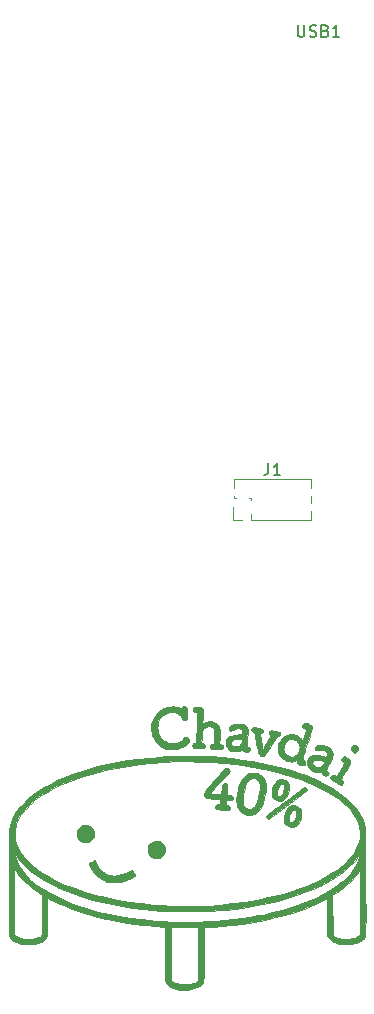
<source format=gto>
G04 #@! TF.GenerationSoftware,KiCad,Pcbnew,(5.1.4-0-10_14)*
G04 #@! TF.CreationDate,2020-05-16T01:02:51+09:00*
G04 #@! TF.ProjectId,chavdai40,63686176-6461-4693-9430-2e6b69636164,rev?*
G04 #@! TF.SameCoordinates,Original*
G04 #@! TF.FileFunction,Legend,Top*
G04 #@! TF.FilePolarity,Positive*
%FSLAX46Y46*%
G04 Gerber Fmt 4.6, Leading zero omitted, Abs format (unit mm)*
G04 Created by KiCad (PCBNEW (5.1.4-0-10_14)) date 2020-05-16 01:02:51*
%MOMM*%
%LPD*%
G04 APERTURE LIST*
%ADD10C,0.010000*%
%ADD11C,0.120000*%
%ADD12C,0.150000*%
%ADD13C,1.449000*%
%ADD14C,1.852000*%
%ADD15C,4.089800*%
%ADD16C,3.150000*%
%ADD17C,0.752000*%
%ADD18R,0.402000X2.552000*%
%ADD19R,0.702000X2.552000*%
%ADD20R,1.102000X1.102000*%
%ADD21O,1.102000X1.102000*%
G04 APERTURE END LIST*
D10*
G36*
X37196115Y-84523591D02*
G01*
X37341747Y-84560486D01*
X37402010Y-84586116D01*
X37558651Y-84694597D01*
X37669020Y-84834294D01*
X37732907Y-85003794D01*
X37750099Y-85201688D01*
X37720385Y-85426564D01*
X37643553Y-85677011D01*
X37586091Y-85814279D01*
X37471036Y-86019489D01*
X37335794Y-86174826D01*
X37182741Y-86279075D01*
X37014249Y-86331021D01*
X36832694Y-86329451D01*
X36667421Y-86284177D01*
X36496772Y-86191915D01*
X36371577Y-86066473D01*
X36292032Y-85908399D01*
X36263476Y-85747251D01*
X36680110Y-85747251D01*
X36682040Y-85815866D01*
X36695471Y-85858884D01*
X36723959Y-85891646D01*
X36749896Y-85912868D01*
X36833742Y-85962924D01*
X36909021Y-85965529D01*
X36991742Y-85919906D01*
X37016628Y-85899894D01*
X37107341Y-85800457D01*
X37186119Y-85670931D01*
X37249924Y-85522998D01*
X37295718Y-85368339D01*
X37320463Y-85218635D01*
X37321120Y-85085566D01*
X37294651Y-84980815D01*
X37266636Y-84938652D01*
X37184653Y-84883073D01*
X37096503Y-84877507D01*
X37006685Y-84916537D01*
X36919697Y-84994749D01*
X36840034Y-85106725D01*
X36772195Y-85247052D01*
X36720677Y-85410312D01*
X36689978Y-85591091D01*
X36686127Y-85637702D01*
X36680110Y-85747251D01*
X36263476Y-85747251D01*
X36258335Y-85718242D01*
X36270681Y-85496554D01*
X36313999Y-85296300D01*
X36388625Y-85080119D01*
X36483582Y-84888832D01*
X36593607Y-84729473D01*
X36713438Y-84609078D01*
X36837810Y-84534683D01*
X36896536Y-84517572D01*
X37038387Y-84508022D01*
X37196115Y-84523591D01*
X37196115Y-84523591D01*
G37*
X37196115Y-84523591D02*
X37341747Y-84560486D01*
X37402010Y-84586116D01*
X37558651Y-84694597D01*
X37669020Y-84834294D01*
X37732907Y-85003794D01*
X37750099Y-85201688D01*
X37720385Y-85426564D01*
X37643553Y-85677011D01*
X37586091Y-85814279D01*
X37471036Y-86019489D01*
X37335794Y-86174826D01*
X37182741Y-86279075D01*
X37014249Y-86331021D01*
X36832694Y-86329451D01*
X36667421Y-86284177D01*
X36496772Y-86191915D01*
X36371577Y-86066473D01*
X36292032Y-85908399D01*
X36263476Y-85747251D01*
X36680110Y-85747251D01*
X36682040Y-85815866D01*
X36695471Y-85858884D01*
X36723959Y-85891646D01*
X36749896Y-85912868D01*
X36833742Y-85962924D01*
X36909021Y-85965529D01*
X36991742Y-85919906D01*
X37016628Y-85899894D01*
X37107341Y-85800457D01*
X37186119Y-85670931D01*
X37249924Y-85522998D01*
X37295718Y-85368339D01*
X37320463Y-85218635D01*
X37321120Y-85085566D01*
X37294651Y-84980815D01*
X37266636Y-84938652D01*
X37184653Y-84883073D01*
X37096503Y-84877507D01*
X37006685Y-84916537D01*
X36919697Y-84994749D01*
X36840034Y-85106725D01*
X36772195Y-85247052D01*
X36720677Y-85410312D01*
X36689978Y-85591091D01*
X36686127Y-85637702D01*
X36680110Y-85747251D01*
X36263476Y-85747251D01*
X36258335Y-85718242D01*
X36270681Y-85496554D01*
X36313999Y-85296300D01*
X36388625Y-85080119D01*
X36483582Y-84888832D01*
X36593607Y-84729473D01*
X36713438Y-84609078D01*
X36837810Y-84534683D01*
X36896536Y-84517572D01*
X37038387Y-84508022D01*
X37196115Y-84523591D01*
G36*
X32400644Y-83565553D02*
G01*
X32409291Y-83565704D01*
X32521229Y-83588892D01*
X32612730Y-83650401D01*
X32673157Y-83738144D01*
X32691871Y-83840035D01*
X32685849Y-83879883D01*
X32662878Y-83914760D01*
X32604760Y-83984971D01*
X32515951Y-84085632D01*
X32400908Y-84211860D01*
X32264088Y-84358771D01*
X32109948Y-84521480D01*
X31942943Y-84695105D01*
X31925066Y-84713540D01*
X31712071Y-84933166D01*
X31535325Y-85115964D01*
X31391672Y-85265518D01*
X31277954Y-85385412D01*
X31191015Y-85479228D01*
X31127697Y-85550551D01*
X31084843Y-85602963D01*
X31059296Y-85640049D01*
X31047899Y-85665391D01*
X31047494Y-85682574D01*
X31054924Y-85695180D01*
X31057664Y-85698064D01*
X31098694Y-85714457D01*
X31182214Y-85731295D01*
X31296380Y-85747586D01*
X31429353Y-85762338D01*
X31569289Y-85774555D01*
X31704348Y-85783247D01*
X31822687Y-85787418D01*
X31912465Y-85786077D01*
X31961839Y-85778230D01*
X31967080Y-85774337D01*
X31977424Y-85734736D01*
X31990864Y-85650349D01*
X32005829Y-85532639D01*
X32020752Y-85393070D01*
X32024211Y-85356973D01*
X32039986Y-85198938D01*
X32054317Y-85086884D01*
X32069521Y-85010475D01*
X32087915Y-84959374D01*
X32111818Y-84923242D01*
X32124526Y-84909576D01*
X32206249Y-84860919D01*
X32305347Y-84845904D01*
X32396746Y-84866933D01*
X32419779Y-84881287D01*
X32465732Y-84922724D01*
X32496271Y-84970542D01*
X32512614Y-85034535D01*
X32515980Y-85124496D01*
X32507590Y-85250217D01*
X32488661Y-85421493D01*
X32487856Y-85428158D01*
X32471792Y-85568331D01*
X32459883Y-85687130D01*
X32453057Y-85773994D01*
X32452243Y-85818366D01*
X32453209Y-85821728D01*
X32484884Y-85830637D01*
X32557658Y-85843378D01*
X32656554Y-85857368D01*
X32669061Y-85858957D01*
X32813513Y-85885224D01*
X32909079Y-85924198D01*
X32962754Y-85980639D01*
X32981535Y-86059309D01*
X32981778Y-86071758D01*
X32973974Y-86156451D01*
X32944649Y-86214413D01*
X32884936Y-86251372D01*
X32785967Y-86273057D01*
X32652593Y-86284445D01*
X32403350Y-86298556D01*
X32380490Y-86463033D01*
X32371399Y-86582693D01*
X32387136Y-86657942D01*
X32431929Y-86696921D01*
X32507627Y-86707778D01*
X32586999Y-86729573D01*
X32666640Y-86784267D01*
X32728838Y-86855824D01*
X32755881Y-86928207D01*
X32756000Y-86932667D01*
X32736804Y-86993146D01*
X32690247Y-87058241D01*
X32686727Y-87061838D01*
X32654453Y-87090021D01*
X32617139Y-87110008D01*
X32566972Y-87122027D01*
X32496144Y-87126305D01*
X32396844Y-87123070D01*
X32261260Y-87112550D01*
X32081584Y-87094974D01*
X31965778Y-87082872D01*
X31781251Y-87060769D01*
X31645850Y-87037423D01*
X31552271Y-87010224D01*
X31493212Y-86976560D01*
X31461370Y-86933817D01*
X31451654Y-86898973D01*
X31457227Y-86785630D01*
X31507755Y-86697997D01*
X31594799Y-86643491D01*
X31709915Y-86629528D01*
X31752117Y-86634986D01*
X31823816Y-86641439D01*
X31863963Y-86621245D01*
X31879587Y-86597737D01*
X31894778Y-86545330D01*
X31904680Y-86465952D01*
X31908886Y-86377156D01*
X31906990Y-86296491D01*
X31898585Y-86241510D01*
X31888167Y-86227677D01*
X31807743Y-86223235D01*
X31689749Y-86212617D01*
X31545210Y-86197232D01*
X31385151Y-86178490D01*
X31220598Y-86157800D01*
X31062576Y-86136571D01*
X30922110Y-86116213D01*
X30810226Y-86098134D01*
X30737949Y-86083745D01*
X30720108Y-86078373D01*
X30598307Y-86002926D01*
X30526374Y-85902559D01*
X30505184Y-85780390D01*
X30535618Y-85639536D01*
X30573405Y-85557584D01*
X30611791Y-85500583D01*
X30683445Y-85407986D01*
X30783396Y-85285715D01*
X30906669Y-85139688D01*
X31048292Y-84975825D01*
X31203289Y-84800047D01*
X31308413Y-84682696D01*
X31529041Y-84437889D01*
X31715013Y-84231622D01*
X31869572Y-84060606D01*
X31995958Y-83921552D01*
X32097415Y-83811169D01*
X32177185Y-83726169D01*
X32238508Y-83663261D01*
X32284628Y-83619157D01*
X32318786Y-83590566D01*
X32344225Y-83574200D01*
X32364186Y-83566769D01*
X32381912Y-83564983D01*
X32400644Y-83565553D01*
X32400644Y-83565553D01*
G37*
X32400644Y-83565553D02*
X32409291Y-83565704D01*
X32521229Y-83588892D01*
X32612730Y-83650401D01*
X32673157Y-83738144D01*
X32691871Y-83840035D01*
X32685849Y-83879883D01*
X32662878Y-83914760D01*
X32604760Y-83984971D01*
X32515951Y-84085632D01*
X32400908Y-84211860D01*
X32264088Y-84358771D01*
X32109948Y-84521480D01*
X31942943Y-84695105D01*
X31925066Y-84713540D01*
X31712071Y-84933166D01*
X31535325Y-85115964D01*
X31391672Y-85265518D01*
X31277954Y-85385412D01*
X31191015Y-85479228D01*
X31127697Y-85550551D01*
X31084843Y-85602963D01*
X31059296Y-85640049D01*
X31047899Y-85665391D01*
X31047494Y-85682574D01*
X31054924Y-85695180D01*
X31057664Y-85698064D01*
X31098694Y-85714457D01*
X31182214Y-85731295D01*
X31296380Y-85747586D01*
X31429353Y-85762338D01*
X31569289Y-85774555D01*
X31704348Y-85783247D01*
X31822687Y-85787418D01*
X31912465Y-85786077D01*
X31961839Y-85778230D01*
X31967080Y-85774337D01*
X31977424Y-85734736D01*
X31990864Y-85650349D01*
X32005829Y-85532639D01*
X32020752Y-85393070D01*
X32024211Y-85356973D01*
X32039986Y-85198938D01*
X32054317Y-85086884D01*
X32069521Y-85010475D01*
X32087915Y-84959374D01*
X32111818Y-84923242D01*
X32124526Y-84909576D01*
X32206249Y-84860919D01*
X32305347Y-84845904D01*
X32396746Y-84866933D01*
X32419779Y-84881287D01*
X32465732Y-84922724D01*
X32496271Y-84970542D01*
X32512614Y-85034535D01*
X32515980Y-85124496D01*
X32507590Y-85250217D01*
X32488661Y-85421493D01*
X32487856Y-85428158D01*
X32471792Y-85568331D01*
X32459883Y-85687130D01*
X32453057Y-85773994D01*
X32452243Y-85818366D01*
X32453209Y-85821728D01*
X32484884Y-85830637D01*
X32557658Y-85843378D01*
X32656554Y-85857368D01*
X32669061Y-85858957D01*
X32813513Y-85885224D01*
X32909079Y-85924198D01*
X32962754Y-85980639D01*
X32981535Y-86059309D01*
X32981778Y-86071758D01*
X32973974Y-86156451D01*
X32944649Y-86214413D01*
X32884936Y-86251372D01*
X32785967Y-86273057D01*
X32652593Y-86284445D01*
X32403350Y-86298556D01*
X32380490Y-86463033D01*
X32371399Y-86582693D01*
X32387136Y-86657942D01*
X32431929Y-86696921D01*
X32507627Y-86707778D01*
X32586999Y-86729573D01*
X32666640Y-86784267D01*
X32728838Y-86855824D01*
X32755881Y-86928207D01*
X32756000Y-86932667D01*
X32736804Y-86993146D01*
X32690247Y-87058241D01*
X32686727Y-87061838D01*
X32654453Y-87090021D01*
X32617139Y-87110008D01*
X32566972Y-87122027D01*
X32496144Y-87126305D01*
X32396844Y-87123070D01*
X32261260Y-87112550D01*
X32081584Y-87094974D01*
X31965778Y-87082872D01*
X31781251Y-87060769D01*
X31645850Y-87037423D01*
X31552271Y-87010224D01*
X31493212Y-86976560D01*
X31461370Y-86933817D01*
X31451654Y-86898973D01*
X31457227Y-86785630D01*
X31507755Y-86697997D01*
X31594799Y-86643491D01*
X31709915Y-86629528D01*
X31752117Y-86634986D01*
X31823816Y-86641439D01*
X31863963Y-86621245D01*
X31879587Y-86597737D01*
X31894778Y-86545330D01*
X31904680Y-86465952D01*
X31908886Y-86377156D01*
X31906990Y-86296491D01*
X31898585Y-86241510D01*
X31888167Y-86227677D01*
X31807743Y-86223235D01*
X31689749Y-86212617D01*
X31545210Y-86197232D01*
X31385151Y-86178490D01*
X31220598Y-86157800D01*
X31062576Y-86136571D01*
X30922110Y-86116213D01*
X30810226Y-86098134D01*
X30737949Y-86083745D01*
X30720108Y-86078373D01*
X30598307Y-86002926D01*
X30526374Y-85902559D01*
X30505184Y-85780390D01*
X30535618Y-85639536D01*
X30573405Y-85557584D01*
X30611791Y-85500583D01*
X30683445Y-85407986D01*
X30783396Y-85285715D01*
X30906669Y-85139688D01*
X31048292Y-84975825D01*
X31203289Y-84800047D01*
X31308413Y-84682696D01*
X31529041Y-84437889D01*
X31715013Y-84231622D01*
X31869572Y-84060606D01*
X31995958Y-83921552D01*
X32097415Y-83811169D01*
X32177185Y-83726169D01*
X32238508Y-83663261D01*
X32284628Y-83619157D01*
X32318786Y-83590566D01*
X32344225Y-83574200D01*
X32364186Y-83566769D01*
X32381912Y-83564983D01*
X32400644Y-83565553D01*
G36*
X34804335Y-83957497D02*
G01*
X34907557Y-83963418D01*
X34986968Y-83976522D01*
X35058868Y-83999457D01*
X35136192Y-84033292D01*
X35339598Y-84150606D01*
X35502688Y-84294651D01*
X35626446Y-84468240D01*
X35711855Y-84674187D01*
X35759897Y-84915308D01*
X35771557Y-85194417D01*
X35747816Y-85514327D01*
X35720484Y-85705889D01*
X35641028Y-86104338D01*
X35540594Y-86456634D01*
X35419885Y-86761408D01*
X35279601Y-87017291D01*
X35120445Y-87222913D01*
X34943118Y-87376906D01*
X34830334Y-87442952D01*
X34689544Y-87490652D01*
X34515958Y-87517919D01*
X34329661Y-87524048D01*
X34150739Y-87508338D01*
X34004086Y-87471882D01*
X33777574Y-87364429D01*
X33595353Y-87223802D01*
X33454510Y-87046667D01*
X33352134Y-86829691D01*
X33306630Y-86673389D01*
X33283352Y-86549988D01*
X33267994Y-86421407D01*
X33264417Y-86348799D01*
X33267692Y-86284445D01*
X33796560Y-86284445D01*
X33812869Y-86517172D01*
X33864122Y-86709920D01*
X33948997Y-86860877D01*
X34066173Y-86968231D01*
X34214327Y-87030172D01*
X34352086Y-87045802D01*
X34465840Y-87035693D01*
X34566963Y-86997675D01*
X34626042Y-86963167D01*
X34737294Y-86876562D01*
X34834769Y-86763797D01*
X34921714Y-86618626D01*
X35001373Y-86434800D01*
X35076993Y-86206074D01*
X35139935Y-85974000D01*
X35212025Y-85650773D01*
X35253653Y-85371646D01*
X35264546Y-85133029D01*
X35244428Y-84931327D01*
X35193024Y-84762947D01*
X35110060Y-84624296D01*
X35030323Y-84540590D01*
X34934781Y-84475020D01*
X34821661Y-84423081D01*
X34716315Y-84395678D01*
X34689222Y-84393870D01*
X34559404Y-84419434D01*
X34423668Y-84490503D01*
X34292726Y-84598642D01*
X34177290Y-84735417D01*
X34107070Y-84852236D01*
X34036128Y-85019924D01*
X33968766Y-85229155D01*
X33908214Y-85465030D01*
X33857704Y-85712650D01*
X33820464Y-85957115D01*
X33799726Y-86183525D01*
X33796560Y-86284445D01*
X33267692Y-86284445D01*
X33273196Y-86176318D01*
X33298455Y-85966761D01*
X33337305Y-85733108D01*
X33386858Y-85488341D01*
X33444227Y-85245439D01*
X33506524Y-85017384D01*
X33570859Y-84817154D01*
X33634346Y-84657732D01*
X33646204Y-84632864D01*
X33790887Y-84392622D01*
X33963458Y-84200653D01*
X34163208Y-84057738D01*
X34171823Y-84053015D01*
X34253281Y-84010320D01*
X34319555Y-83982454D01*
X34386585Y-83966260D01*
X34470309Y-83958578D01*
X34586668Y-83956252D01*
X34661000Y-83956111D01*
X34804335Y-83957497D01*
X34804335Y-83957497D01*
G37*
X34804335Y-83957497D02*
X34907557Y-83963418D01*
X34986968Y-83976522D01*
X35058868Y-83999457D01*
X35136192Y-84033292D01*
X35339598Y-84150606D01*
X35502688Y-84294651D01*
X35626446Y-84468240D01*
X35711855Y-84674187D01*
X35759897Y-84915308D01*
X35771557Y-85194417D01*
X35747816Y-85514327D01*
X35720484Y-85705889D01*
X35641028Y-86104338D01*
X35540594Y-86456634D01*
X35419885Y-86761408D01*
X35279601Y-87017291D01*
X35120445Y-87222913D01*
X34943118Y-87376906D01*
X34830334Y-87442952D01*
X34689544Y-87490652D01*
X34515958Y-87517919D01*
X34329661Y-87524048D01*
X34150739Y-87508338D01*
X34004086Y-87471882D01*
X33777574Y-87364429D01*
X33595353Y-87223802D01*
X33454510Y-87046667D01*
X33352134Y-86829691D01*
X33306630Y-86673389D01*
X33283352Y-86549988D01*
X33267994Y-86421407D01*
X33264417Y-86348799D01*
X33267692Y-86284445D01*
X33796560Y-86284445D01*
X33812869Y-86517172D01*
X33864122Y-86709920D01*
X33948997Y-86860877D01*
X34066173Y-86968231D01*
X34214327Y-87030172D01*
X34352086Y-87045802D01*
X34465840Y-87035693D01*
X34566963Y-86997675D01*
X34626042Y-86963167D01*
X34737294Y-86876562D01*
X34834769Y-86763797D01*
X34921714Y-86618626D01*
X35001373Y-86434800D01*
X35076993Y-86206074D01*
X35139935Y-85974000D01*
X35212025Y-85650773D01*
X35253653Y-85371646D01*
X35264546Y-85133029D01*
X35244428Y-84931327D01*
X35193024Y-84762947D01*
X35110060Y-84624296D01*
X35030323Y-84540590D01*
X34934781Y-84475020D01*
X34821661Y-84423081D01*
X34716315Y-84395678D01*
X34689222Y-84393870D01*
X34559404Y-84419434D01*
X34423668Y-84490503D01*
X34292726Y-84598642D01*
X34177290Y-84735417D01*
X34107070Y-84852236D01*
X34036128Y-85019924D01*
X33968766Y-85229155D01*
X33908214Y-85465030D01*
X33857704Y-85712650D01*
X33820464Y-85957115D01*
X33799726Y-86183525D01*
X33796560Y-86284445D01*
X33267692Y-86284445D01*
X33273196Y-86176318D01*
X33298455Y-85966761D01*
X33337305Y-85733108D01*
X33386858Y-85488341D01*
X33444227Y-85245439D01*
X33506524Y-85017384D01*
X33570859Y-84817154D01*
X33634346Y-84657732D01*
X33646204Y-84632864D01*
X33790887Y-84392622D01*
X33963458Y-84200653D01*
X34163208Y-84057738D01*
X34171823Y-84053015D01*
X34253281Y-84010320D01*
X34319555Y-83982454D01*
X34386585Y-83966260D01*
X34470309Y-83958578D01*
X34586668Y-83956252D01*
X34661000Y-83956111D01*
X34804335Y-83957497D01*
G36*
X39065263Y-85175801D02*
G01*
X39099227Y-85189809D01*
X39174681Y-85248661D01*
X39222235Y-85329566D01*
X39231494Y-85412615D01*
X39226102Y-85432762D01*
X39199066Y-85462548D01*
X39131843Y-85521408D01*
X39029797Y-85605080D01*
X38898292Y-85709305D01*
X38742690Y-85829821D01*
X38568355Y-85962368D01*
X38414298Y-86077702D01*
X38112926Y-86302469D01*
X37788980Y-86545306D01*
X37453693Y-86797722D01*
X37118297Y-87051225D01*
X36794024Y-87297325D01*
X36492108Y-87527532D01*
X36223779Y-87733353D01*
X36208730Y-87744945D01*
X36101587Y-87820338D01*
X36021187Y-87856045D01*
X35955945Y-87853815D01*
X35894277Y-87815399D01*
X35873273Y-87795616D01*
X35815782Y-87706506D01*
X35810700Y-87613199D01*
X35853389Y-87532466D01*
X35884666Y-87505552D01*
X35957069Y-87448226D01*
X36066380Y-87363689D01*
X36208384Y-87255144D01*
X36378862Y-87125792D01*
X36573598Y-86978837D01*
X36788375Y-86817479D01*
X37018975Y-86644922D01*
X37201000Y-86509167D01*
X37446346Y-86326209D01*
X37683544Y-86148870D01*
X37907730Y-85980819D01*
X38114041Y-85825720D01*
X38297616Y-85687240D01*
X38453591Y-85569043D01*
X38577102Y-85474797D01*
X38663288Y-85408167D01*
X38696778Y-85381575D01*
X38818523Y-85284183D01*
X38906937Y-85219345D01*
X38971327Y-85182624D01*
X39021001Y-85169588D01*
X39065263Y-85175801D01*
X39065263Y-85175801D01*
G37*
X39065263Y-85175801D02*
X39099227Y-85189809D01*
X39174681Y-85248661D01*
X39222235Y-85329566D01*
X39231494Y-85412615D01*
X39226102Y-85432762D01*
X39199066Y-85462548D01*
X39131843Y-85521408D01*
X39029797Y-85605080D01*
X38898292Y-85709305D01*
X38742690Y-85829821D01*
X38568355Y-85962368D01*
X38414298Y-86077702D01*
X38112926Y-86302469D01*
X37788980Y-86545306D01*
X37453693Y-86797722D01*
X37118297Y-87051225D01*
X36794024Y-87297325D01*
X36492108Y-87527532D01*
X36223779Y-87733353D01*
X36208730Y-87744945D01*
X36101587Y-87820338D01*
X36021187Y-87856045D01*
X35955945Y-87853815D01*
X35894277Y-87815399D01*
X35873273Y-87795616D01*
X35815782Y-87706506D01*
X35810700Y-87613199D01*
X35853389Y-87532466D01*
X35884666Y-87505552D01*
X35957069Y-87448226D01*
X36066380Y-87363689D01*
X36208384Y-87255144D01*
X36378862Y-87125792D01*
X36573598Y-86978837D01*
X36788375Y-86817479D01*
X37018975Y-86644922D01*
X37201000Y-86509167D01*
X37446346Y-86326209D01*
X37683544Y-86148870D01*
X37907730Y-85980819D01*
X38114041Y-85825720D01*
X38297616Y-85687240D01*
X38453591Y-85569043D01*
X38577102Y-85474797D01*
X38663288Y-85408167D01*
X38696778Y-85381575D01*
X38818523Y-85284183D01*
X38906937Y-85219345D01*
X38971327Y-85182624D01*
X39021001Y-85169588D01*
X39065263Y-85175801D01*
G36*
X38320183Y-86747798D02*
G01*
X38478717Y-86818579D01*
X38611608Y-86921001D01*
X38706195Y-87050948D01*
X38708795Y-87056230D01*
X38757571Y-87214151D01*
X38769885Y-87398604D01*
X38749490Y-87598641D01*
X38700144Y-87803313D01*
X38625599Y-88001669D01*
X38529612Y-88182761D01*
X38415938Y-88335639D01*
X38288330Y-88449354D01*
X38217242Y-88489588D01*
X38073621Y-88529577D01*
X37907839Y-88536012D01*
X37743360Y-88508570D01*
X37705765Y-88496582D01*
X37533939Y-88410061D01*
X37405822Y-88288998D01*
X37322016Y-88135299D01*
X37283126Y-87950867D01*
X37284403Y-87909799D01*
X37695369Y-87909799D01*
X37714282Y-88027222D01*
X37764162Y-88106061D01*
X37852141Y-88165189D01*
X37942666Y-88168363D01*
X38036840Y-88115478D01*
X38077453Y-88076836D01*
X38149114Y-87977818D01*
X38219650Y-87841203D01*
X38281887Y-87685514D01*
X38328653Y-87529273D01*
X38352775Y-87391003D01*
X38354422Y-87361594D01*
X38352758Y-87268002D01*
X38336937Y-87208538D01*
X38299388Y-87161270D01*
X38278926Y-87142871D01*
X38182005Y-87086921D01*
X38087026Y-87086595D01*
X37994983Y-87141080D01*
X37906868Y-87249564D01*
X37823675Y-87411235D01*
X37766781Y-87561900D01*
X37712863Y-87755776D01*
X37695369Y-87909799D01*
X37284403Y-87909799D01*
X37289759Y-87737604D01*
X37342517Y-87497414D01*
X37365569Y-87425793D01*
X37454577Y-87197216D01*
X37548824Y-87019356D01*
X37652222Y-86886501D01*
X37768686Y-86792940D01*
X37817301Y-86766443D01*
X37976816Y-86717615D01*
X38148662Y-86712771D01*
X38320183Y-86747798D01*
X38320183Y-86747798D01*
G37*
X38320183Y-86747798D02*
X38478717Y-86818579D01*
X38611608Y-86921001D01*
X38706195Y-87050948D01*
X38708795Y-87056230D01*
X38757571Y-87214151D01*
X38769885Y-87398604D01*
X38749490Y-87598641D01*
X38700144Y-87803313D01*
X38625599Y-88001669D01*
X38529612Y-88182761D01*
X38415938Y-88335639D01*
X38288330Y-88449354D01*
X38217242Y-88489588D01*
X38073621Y-88529577D01*
X37907839Y-88536012D01*
X37743360Y-88508570D01*
X37705765Y-88496582D01*
X37533939Y-88410061D01*
X37405822Y-88288998D01*
X37322016Y-88135299D01*
X37283126Y-87950867D01*
X37284403Y-87909799D01*
X37695369Y-87909799D01*
X37714282Y-88027222D01*
X37764162Y-88106061D01*
X37852141Y-88165189D01*
X37942666Y-88168363D01*
X38036840Y-88115478D01*
X38077453Y-88076836D01*
X38149114Y-87977818D01*
X38219650Y-87841203D01*
X38281887Y-87685514D01*
X38328653Y-87529273D01*
X38352775Y-87391003D01*
X38354422Y-87361594D01*
X38352758Y-87268002D01*
X38336937Y-87208538D01*
X38299388Y-87161270D01*
X38278926Y-87142871D01*
X38182005Y-87086921D01*
X38087026Y-87086595D01*
X37994983Y-87141080D01*
X37906868Y-87249564D01*
X37823675Y-87411235D01*
X37766781Y-87561900D01*
X37712863Y-87755776D01*
X37695369Y-87909799D01*
X37284403Y-87909799D01*
X37289759Y-87737604D01*
X37342517Y-87497414D01*
X37365569Y-87425793D01*
X37454577Y-87197216D01*
X37548824Y-87019356D01*
X37652222Y-86886501D01*
X37768686Y-86792940D01*
X37817301Y-86766443D01*
X37976816Y-86717615D01*
X38148662Y-86712771D01*
X38320183Y-86747798D01*
G36*
X20643901Y-88390616D02*
G01*
X20815845Y-88450785D01*
X20969056Y-88553240D01*
X21094664Y-88696624D01*
X21144290Y-88783128D01*
X21207207Y-88970011D01*
X21219793Y-89159531D01*
X21185813Y-89342805D01*
X21109034Y-89510953D01*
X20993223Y-89655092D01*
X20842147Y-89766341D01*
X20702669Y-89824444D01*
X20551502Y-89858971D01*
X20419087Y-89861721D01*
X20277563Y-89832747D01*
X20252692Y-89825319D01*
X20083023Y-89745930D01*
X19945205Y-89627917D01*
X19841570Y-89480595D01*
X19774445Y-89313276D01*
X19746160Y-89135272D01*
X19759045Y-88955898D01*
X19815428Y-88784466D01*
X19917640Y-88630290D01*
X19946191Y-88599929D01*
X20104368Y-88477390D01*
X20279292Y-88402562D01*
X20462093Y-88374090D01*
X20643901Y-88390616D01*
X20643901Y-88390616D01*
G37*
X20643901Y-88390616D02*
X20815845Y-88450785D01*
X20969056Y-88553240D01*
X21094664Y-88696624D01*
X21144290Y-88783128D01*
X21207207Y-88970011D01*
X21219793Y-89159531D01*
X21185813Y-89342805D01*
X21109034Y-89510953D01*
X20993223Y-89655092D01*
X20842147Y-89766341D01*
X20702669Y-89824444D01*
X20551502Y-89858971D01*
X20419087Y-89861721D01*
X20277563Y-89832747D01*
X20252692Y-89825319D01*
X20083023Y-89745930D01*
X19945205Y-89627917D01*
X19841570Y-89480595D01*
X19774445Y-89313276D01*
X19746160Y-89135272D01*
X19759045Y-88955898D01*
X19815428Y-88784466D01*
X19917640Y-88630290D01*
X19946191Y-88599929D01*
X20104368Y-88477390D01*
X20279292Y-88402562D01*
X20462093Y-88374090D01*
X20643901Y-88390616D01*
G36*
X26739000Y-89771363D02*
G01*
X26902894Y-89850952D01*
X26995559Y-89925366D01*
X27102940Y-90045884D01*
X27170420Y-90167832D01*
X27207034Y-90311289D01*
X27218216Y-90420135D01*
X27221721Y-90545322D01*
X27210398Y-90641674D01*
X27180389Y-90735727D01*
X27167958Y-90765621D01*
X27067438Y-90931964D01*
X26929069Y-91063973D01*
X26762875Y-91156837D01*
X26578879Y-91205749D01*
X26387103Y-91205900D01*
X26291384Y-91186174D01*
X26109034Y-91108558D01*
X25961113Y-90992592D01*
X25850234Y-90846553D01*
X25779008Y-90678713D01*
X25750048Y-90497348D01*
X25765967Y-90310731D01*
X25829377Y-90127137D01*
X25913941Y-89990760D01*
X26041960Y-89866849D01*
X26199797Y-89782270D01*
X26376130Y-89737706D01*
X26559638Y-89733842D01*
X26739000Y-89771363D01*
X26739000Y-89771363D01*
G37*
X26739000Y-89771363D02*
X26902894Y-89850952D01*
X26995559Y-89925366D01*
X27102940Y-90045884D01*
X27170420Y-90167832D01*
X27207034Y-90311289D01*
X27218216Y-90420135D01*
X27221721Y-90545322D01*
X27210398Y-90641674D01*
X27180389Y-90735727D01*
X27167958Y-90765621D01*
X27067438Y-90931964D01*
X26929069Y-91063973D01*
X26762875Y-91156837D01*
X26578879Y-91205749D01*
X26387103Y-91205900D01*
X26291384Y-91186174D01*
X26109034Y-91108558D01*
X25961113Y-90992592D01*
X25850234Y-90846553D01*
X25779008Y-90678713D01*
X25750048Y-90497348D01*
X25765967Y-90310731D01*
X25829377Y-90127137D01*
X25913941Y-89990760D01*
X26041960Y-89866849D01*
X26199797Y-89782270D01*
X26376130Y-89737706D01*
X26559638Y-89733842D01*
X26739000Y-89771363D01*
G36*
X21371944Y-91570386D02*
G01*
X21508211Y-91809769D01*
X21667096Y-92033612D01*
X21839430Y-92231029D01*
X22016045Y-92391131D01*
X22130334Y-92470967D01*
X22378991Y-92589804D01*
X22649091Y-92656829D01*
X22940783Y-92672033D01*
X23254216Y-92635404D01*
X23589540Y-92546930D01*
X23946903Y-92406603D01*
X24117805Y-92325102D01*
X24233666Y-92268073D01*
X24331597Y-92221946D01*
X24400312Y-92191906D01*
X24427462Y-92182889D01*
X24454958Y-92206229D01*
X24498681Y-92267202D01*
X24551105Y-92352242D01*
X24604701Y-92447779D01*
X24651942Y-92540245D01*
X24685301Y-92616072D01*
X24697249Y-92661691D01*
X24695964Y-92666860D01*
X24660978Y-92693884D01*
X24583952Y-92737586D01*
X24475072Y-92793223D01*
X24344522Y-92856055D01*
X24202485Y-92921341D01*
X24059147Y-92984341D01*
X23924692Y-93040314D01*
X23809304Y-93084518D01*
X23768494Y-93098593D01*
X23415048Y-93192869D01*
X23067807Y-93242704D01*
X22735467Y-93247372D01*
X22440778Y-93209167D01*
X22324494Y-93177163D01*
X22182565Y-93127162D01*
X22039036Y-93067940D01*
X21984657Y-93042717D01*
X21728039Y-92890172D01*
X21481288Y-92687429D01*
X21250070Y-92440578D01*
X21040049Y-92155707D01*
X20856893Y-91838908D01*
X20847740Y-91820734D01*
X20804690Y-91728531D01*
X20775935Y-91655000D01*
X20767369Y-91615318D01*
X20767608Y-91614400D01*
X20795877Y-91591663D01*
X20864256Y-91553268D01*
X20960885Y-91505586D01*
X21023501Y-91476941D01*
X21270186Y-91367106D01*
X21371944Y-91570386D01*
X21371944Y-91570386D01*
G37*
X21371944Y-91570386D02*
X21508211Y-91809769D01*
X21667096Y-92033612D01*
X21839430Y-92231029D01*
X22016045Y-92391131D01*
X22130334Y-92470967D01*
X22378991Y-92589804D01*
X22649091Y-92656829D01*
X22940783Y-92672033D01*
X23254216Y-92635404D01*
X23589540Y-92546930D01*
X23946903Y-92406603D01*
X24117805Y-92325102D01*
X24233666Y-92268073D01*
X24331597Y-92221946D01*
X24400312Y-92191906D01*
X24427462Y-92182889D01*
X24454958Y-92206229D01*
X24498681Y-92267202D01*
X24551105Y-92352242D01*
X24604701Y-92447779D01*
X24651942Y-92540245D01*
X24685301Y-92616072D01*
X24697249Y-92661691D01*
X24695964Y-92666860D01*
X24660978Y-92693884D01*
X24583952Y-92737586D01*
X24475072Y-92793223D01*
X24344522Y-92856055D01*
X24202485Y-92921341D01*
X24059147Y-92984341D01*
X23924692Y-93040314D01*
X23809304Y-93084518D01*
X23768494Y-93098593D01*
X23415048Y-93192869D01*
X23067807Y-93242704D01*
X22735467Y-93247372D01*
X22440778Y-93209167D01*
X22324494Y-93177163D01*
X22182565Y-93127162D01*
X22039036Y-93067940D01*
X21984657Y-93042717D01*
X21728039Y-92890172D01*
X21481288Y-92687429D01*
X21250070Y-92440578D01*
X21040049Y-92155707D01*
X20856893Y-91838908D01*
X20847740Y-91820734D01*
X20804690Y-91728531D01*
X20775935Y-91655000D01*
X20767369Y-91615318D01*
X20767608Y-91614400D01*
X20795877Y-91591663D01*
X20864256Y-91553268D01*
X20960885Y-91505586D01*
X21023501Y-91476941D01*
X21270186Y-91367106D01*
X21371944Y-91570386D01*
G36*
X30054010Y-78371088D02*
G01*
X30214500Y-78421194D01*
X30332967Y-78502584D01*
X30406414Y-78613521D01*
X30426324Y-78685238D01*
X30430644Y-78748914D01*
X30431134Y-78856830D01*
X30428018Y-78996928D01*
X30421522Y-79157150D01*
X30415406Y-79269520D01*
X30406450Y-79427345D01*
X30399714Y-79564297D01*
X30395573Y-79670990D01*
X30394408Y-79738035D01*
X30395796Y-79756759D01*
X30424015Y-79750675D01*
X30488833Y-79725817D01*
X30570977Y-79689918D01*
X30765869Y-79626387D01*
X30982187Y-79598507D01*
X31196756Y-79607998D01*
X31321525Y-79634207D01*
X31501133Y-79714129D01*
X31651746Y-79837099D01*
X31763891Y-79994456D01*
X31797505Y-80069415D01*
X31817296Y-80125246D01*
X31832076Y-80179397D01*
X31842407Y-80240656D01*
X31848855Y-80317815D01*
X31851981Y-80419664D01*
X31852352Y-80554993D01*
X31850530Y-80732592D01*
X31848579Y-80865629D01*
X31838778Y-81500480D01*
X31951667Y-81536905D01*
X32057422Y-81585260D01*
X32115726Y-81651656D01*
X32135002Y-81746147D01*
X32135111Y-81755798D01*
X32128305Y-81825122D01*
X32103729Y-81877384D01*
X32055148Y-81914300D01*
X31976327Y-81937589D01*
X31861032Y-81948971D01*
X31703028Y-81950164D01*
X31496078Y-81942886D01*
X31462241Y-81941259D01*
X31315140Y-81933253D01*
X31213650Y-81924817D01*
X31146968Y-81913702D01*
X31104291Y-81897657D01*
X31074814Y-81874431D01*
X31060074Y-81857485D01*
X31015871Y-81765345D01*
X31018148Y-81670801D01*
X31060280Y-81588142D01*
X31135639Y-81531657D01*
X31218944Y-81514889D01*
X31306339Y-81497931D01*
X31342351Y-81463186D01*
X31351515Y-81419540D01*
X31360334Y-81329294D01*
X31368199Y-81202292D01*
X31374499Y-81048379D01*
X31378622Y-80877575D01*
X31381142Y-80686898D01*
X31381285Y-80543545D01*
X31378426Y-80438419D01*
X31371944Y-80362429D01*
X31361215Y-80306478D01*
X31345617Y-80261473D01*
X31334829Y-80238278D01*
X31249149Y-80123321D01*
X31132405Y-80047955D01*
X30994389Y-80012821D01*
X30844891Y-80018562D01*
X30693701Y-80065821D01*
X30550611Y-80155240D01*
X30516869Y-80184611D01*
X30459801Y-80242829D01*
X30415772Y-80303818D01*
X30382903Y-80375921D01*
X30359313Y-80467479D01*
X30343122Y-80586836D01*
X30332451Y-80742333D01*
X30325419Y-80942313D01*
X30323031Y-81044768D01*
X30314778Y-81435425D01*
X30455541Y-81482212D01*
X30566867Y-81536709D01*
X30626477Y-81610949D01*
X30636774Y-81708651D01*
X30628868Y-81750301D01*
X30607220Y-81805629D01*
X30569172Y-81845732D01*
X30507250Y-81872317D01*
X30413980Y-81887090D01*
X30281887Y-81891758D01*
X30103497Y-81888027D01*
X30037077Y-81885408D01*
X29874336Y-81878023D01*
X29758406Y-81870767D01*
X29679684Y-81861926D01*
X29628569Y-81849786D01*
X29595458Y-81832634D01*
X29570746Y-81808756D01*
X29564355Y-81801040D01*
X29516292Y-81705485D01*
X29516019Y-81610385D01*
X29557544Y-81528889D01*
X29634877Y-81474147D01*
X29720446Y-81458445D01*
X29790205Y-81451690D01*
X29831527Y-81435195D01*
X29833363Y-81432871D01*
X29841006Y-81394312D01*
X29850240Y-81303020D01*
X29860853Y-81162678D01*
X29872634Y-80976968D01*
X29885370Y-80749572D01*
X29898850Y-80484173D01*
X29912862Y-80184455D01*
X29927193Y-79854098D01*
X29934712Y-79671196D01*
X29944090Y-79417809D01*
X29949546Y-79217298D01*
X29951080Y-79066228D01*
X29948693Y-78961166D01*
X29942386Y-78898679D01*
X29934961Y-78877537D01*
X29888185Y-78848755D01*
X29813621Y-78826416D01*
X29802826Y-78824492D01*
X29689633Y-78788987D01*
X29622327Y-78723535D01*
X29595926Y-78622651D01*
X29595111Y-78595794D01*
X29606703Y-78479779D01*
X29646822Y-78405797D01*
X29723485Y-78366376D01*
X29844708Y-78354042D01*
X29854493Y-78354000D01*
X30054010Y-78371088D01*
X30054010Y-78371088D01*
G37*
X30054010Y-78371088D02*
X30214500Y-78421194D01*
X30332967Y-78502584D01*
X30406414Y-78613521D01*
X30426324Y-78685238D01*
X30430644Y-78748914D01*
X30431134Y-78856830D01*
X30428018Y-78996928D01*
X30421522Y-79157150D01*
X30415406Y-79269520D01*
X30406450Y-79427345D01*
X30399714Y-79564297D01*
X30395573Y-79670990D01*
X30394408Y-79738035D01*
X30395796Y-79756759D01*
X30424015Y-79750675D01*
X30488833Y-79725817D01*
X30570977Y-79689918D01*
X30765869Y-79626387D01*
X30982187Y-79598507D01*
X31196756Y-79607998D01*
X31321525Y-79634207D01*
X31501133Y-79714129D01*
X31651746Y-79837099D01*
X31763891Y-79994456D01*
X31797505Y-80069415D01*
X31817296Y-80125246D01*
X31832076Y-80179397D01*
X31842407Y-80240656D01*
X31848855Y-80317815D01*
X31851981Y-80419664D01*
X31852352Y-80554993D01*
X31850530Y-80732592D01*
X31848579Y-80865629D01*
X31838778Y-81500480D01*
X31951667Y-81536905D01*
X32057422Y-81585260D01*
X32115726Y-81651656D01*
X32135002Y-81746147D01*
X32135111Y-81755798D01*
X32128305Y-81825122D01*
X32103729Y-81877384D01*
X32055148Y-81914300D01*
X31976327Y-81937589D01*
X31861032Y-81948971D01*
X31703028Y-81950164D01*
X31496078Y-81942886D01*
X31462241Y-81941259D01*
X31315140Y-81933253D01*
X31213650Y-81924817D01*
X31146968Y-81913702D01*
X31104291Y-81897657D01*
X31074814Y-81874431D01*
X31060074Y-81857485D01*
X31015871Y-81765345D01*
X31018148Y-81670801D01*
X31060280Y-81588142D01*
X31135639Y-81531657D01*
X31218944Y-81514889D01*
X31306339Y-81497931D01*
X31342351Y-81463186D01*
X31351515Y-81419540D01*
X31360334Y-81329294D01*
X31368199Y-81202292D01*
X31374499Y-81048379D01*
X31378622Y-80877575D01*
X31381142Y-80686898D01*
X31381285Y-80543545D01*
X31378426Y-80438419D01*
X31371944Y-80362429D01*
X31361215Y-80306478D01*
X31345617Y-80261473D01*
X31334829Y-80238278D01*
X31249149Y-80123321D01*
X31132405Y-80047955D01*
X30994389Y-80012821D01*
X30844891Y-80018562D01*
X30693701Y-80065821D01*
X30550611Y-80155240D01*
X30516869Y-80184611D01*
X30459801Y-80242829D01*
X30415772Y-80303818D01*
X30382903Y-80375921D01*
X30359313Y-80467479D01*
X30343122Y-80586836D01*
X30332451Y-80742333D01*
X30325419Y-80942313D01*
X30323031Y-81044768D01*
X30314778Y-81435425D01*
X30455541Y-81482212D01*
X30566867Y-81536709D01*
X30626477Y-81610949D01*
X30636774Y-81708651D01*
X30628868Y-81750301D01*
X30607220Y-81805629D01*
X30569172Y-81845732D01*
X30507250Y-81872317D01*
X30413980Y-81887090D01*
X30281887Y-81891758D01*
X30103497Y-81888027D01*
X30037077Y-81885408D01*
X29874336Y-81878023D01*
X29758406Y-81870767D01*
X29679684Y-81861926D01*
X29628569Y-81849786D01*
X29595458Y-81832634D01*
X29570746Y-81808756D01*
X29564355Y-81801040D01*
X29516292Y-81705485D01*
X29516019Y-81610385D01*
X29557544Y-81528889D01*
X29634877Y-81474147D01*
X29720446Y-81458445D01*
X29790205Y-81451690D01*
X29831527Y-81435195D01*
X29833363Y-81432871D01*
X29841006Y-81394312D01*
X29850240Y-81303020D01*
X29860853Y-81162678D01*
X29872634Y-80976968D01*
X29885370Y-80749572D01*
X29898850Y-80484173D01*
X29912862Y-80184455D01*
X29927193Y-79854098D01*
X29934712Y-79671196D01*
X29944090Y-79417809D01*
X29949546Y-79217298D01*
X29951080Y-79066228D01*
X29948693Y-78961166D01*
X29942386Y-78898679D01*
X29934961Y-78877537D01*
X29888185Y-78848755D01*
X29813621Y-78826416D01*
X29802826Y-78824492D01*
X29689633Y-78788987D01*
X29622327Y-78723535D01*
X29595926Y-78622651D01*
X29595111Y-78595794D01*
X29606703Y-78479779D01*
X29646822Y-78405797D01*
X29723485Y-78366376D01*
X29844708Y-78354042D01*
X29854493Y-78354000D01*
X30054010Y-78371088D01*
G36*
X28938903Y-78348350D02*
G01*
X29011524Y-78379148D01*
X29056665Y-78440405D01*
X29080012Y-78540243D01*
X29087255Y-78686784D01*
X29087312Y-78702849D01*
X29089799Y-78843667D01*
X29096128Y-78992395D01*
X29104932Y-79116929D01*
X29104972Y-79117356D01*
X29112557Y-79220368D01*
X29108605Y-79286625D01*
X29089272Y-79335292D01*
X29051322Y-79384826D01*
X28962470Y-79451393D01*
X28861049Y-79472576D01*
X28761429Y-79451858D01*
X28677981Y-79392726D01*
X28625076Y-79298664D01*
X28620341Y-79280311D01*
X28573169Y-79175219D01*
X28483144Y-79067475D01*
X28361836Y-78969396D01*
X28285319Y-78923688D01*
X28217870Y-78890512D01*
X28156074Y-78868697D01*
X28085378Y-78855897D01*
X27991233Y-78849762D01*
X27859087Y-78847944D01*
X27815606Y-78847889D01*
X27673909Y-78848595D01*
X27572453Y-78852833D01*
X27495038Y-78863787D01*
X27425463Y-78884639D01*
X27347526Y-78918570D01*
X27274541Y-78954171D01*
X27061823Y-79087544D01*
X26888444Y-79253463D01*
X26753839Y-79445530D01*
X26657443Y-79657349D01*
X26598689Y-79882521D01*
X26577013Y-80114649D01*
X26591847Y-80347336D01*
X26642628Y-80574184D01*
X26728789Y-80788795D01*
X26849764Y-80984772D01*
X27004989Y-81155718D01*
X27193897Y-81295234D01*
X27415922Y-81396924D01*
X27492556Y-81420081D01*
X27710872Y-81454606D01*
X27945280Y-81450736D01*
X28177170Y-81410831D01*
X28387931Y-81337251D01*
X28466222Y-81296553D01*
X28549741Y-81238253D01*
X28649733Y-81154919D01*
X28745434Y-81063931D01*
X28751045Y-81058132D01*
X28836053Y-80973515D01*
X28898435Y-80923671D01*
X28951716Y-80900025D01*
X29009422Y-80894000D01*
X29009935Y-80894000D01*
X29117775Y-80918447D01*
X29214561Y-80982313D01*
X29282006Y-81071384D01*
X29298443Y-81118254D01*
X29294872Y-81228392D01*
X29242015Y-81346319D01*
X29145548Y-81466984D01*
X29011150Y-81585336D01*
X28844498Y-81696323D01*
X28651271Y-81794895D01*
X28452111Y-81871187D01*
X28261351Y-81917794D01*
X28038080Y-81947769D01*
X27803078Y-81960097D01*
X27577125Y-81953758D01*
X27381000Y-81927735D01*
X27365556Y-81924401D01*
X27087808Y-81833860D01*
X26830837Y-81694336D01*
X26602060Y-81511689D01*
X26408895Y-81291777D01*
X26266405Y-81056287D01*
X26164742Y-80822604D01*
X26099935Y-80603750D01*
X26066655Y-80377050D01*
X26059150Y-80174333D01*
X26071791Y-79917958D01*
X26113361Y-79688550D01*
X26189333Y-79462653D01*
X26263257Y-79299445D01*
X26423135Y-79034391D01*
X26621560Y-78810203D01*
X26857223Y-78627779D01*
X27128814Y-78488017D01*
X27435025Y-78391814D01*
X27641289Y-78354492D01*
X27913343Y-78340343D01*
X28193231Y-78366447D01*
X28445604Y-78427405D01*
X28526368Y-78452302D01*
X28573097Y-78456761D01*
X28605178Y-78438560D01*
X28633610Y-78405839D01*
X28678690Y-78364571D01*
X28739579Y-78344826D01*
X28833111Y-78339889D01*
X28938903Y-78348350D01*
X28938903Y-78348350D01*
G37*
X28938903Y-78348350D02*
X29011524Y-78379148D01*
X29056665Y-78440405D01*
X29080012Y-78540243D01*
X29087255Y-78686784D01*
X29087312Y-78702849D01*
X29089799Y-78843667D01*
X29096128Y-78992395D01*
X29104932Y-79116929D01*
X29104972Y-79117356D01*
X29112557Y-79220368D01*
X29108605Y-79286625D01*
X29089272Y-79335292D01*
X29051322Y-79384826D01*
X28962470Y-79451393D01*
X28861049Y-79472576D01*
X28761429Y-79451858D01*
X28677981Y-79392726D01*
X28625076Y-79298664D01*
X28620341Y-79280311D01*
X28573169Y-79175219D01*
X28483144Y-79067475D01*
X28361836Y-78969396D01*
X28285319Y-78923688D01*
X28217870Y-78890512D01*
X28156074Y-78868697D01*
X28085378Y-78855897D01*
X27991233Y-78849762D01*
X27859087Y-78847944D01*
X27815606Y-78847889D01*
X27673909Y-78848595D01*
X27572453Y-78852833D01*
X27495038Y-78863787D01*
X27425463Y-78884639D01*
X27347526Y-78918570D01*
X27274541Y-78954171D01*
X27061823Y-79087544D01*
X26888444Y-79253463D01*
X26753839Y-79445530D01*
X26657443Y-79657349D01*
X26598689Y-79882521D01*
X26577013Y-80114649D01*
X26591847Y-80347336D01*
X26642628Y-80574184D01*
X26728789Y-80788795D01*
X26849764Y-80984772D01*
X27004989Y-81155718D01*
X27193897Y-81295234D01*
X27415922Y-81396924D01*
X27492556Y-81420081D01*
X27710872Y-81454606D01*
X27945280Y-81450736D01*
X28177170Y-81410831D01*
X28387931Y-81337251D01*
X28466222Y-81296553D01*
X28549741Y-81238253D01*
X28649733Y-81154919D01*
X28745434Y-81063931D01*
X28751045Y-81058132D01*
X28836053Y-80973515D01*
X28898435Y-80923671D01*
X28951716Y-80900025D01*
X29009422Y-80894000D01*
X29009935Y-80894000D01*
X29117775Y-80918447D01*
X29214561Y-80982313D01*
X29282006Y-81071384D01*
X29298443Y-81118254D01*
X29294872Y-81228392D01*
X29242015Y-81346319D01*
X29145548Y-81466984D01*
X29011150Y-81585336D01*
X28844498Y-81696323D01*
X28651271Y-81794895D01*
X28452111Y-81871187D01*
X28261351Y-81917794D01*
X28038080Y-81947769D01*
X27803078Y-81960097D01*
X27577125Y-81953758D01*
X27381000Y-81927735D01*
X27365556Y-81924401D01*
X27087808Y-81833860D01*
X26830837Y-81694336D01*
X26602060Y-81511689D01*
X26408895Y-81291777D01*
X26266405Y-81056287D01*
X26164742Y-80822604D01*
X26099935Y-80603750D01*
X26066655Y-80377050D01*
X26059150Y-80174333D01*
X26071791Y-79917958D01*
X26113361Y-79688550D01*
X26189333Y-79462653D01*
X26263257Y-79299445D01*
X26423135Y-79034391D01*
X26621560Y-78810203D01*
X26857223Y-78627779D01*
X27128814Y-78488017D01*
X27435025Y-78391814D01*
X27641289Y-78354492D01*
X27913343Y-78340343D01*
X28193231Y-78366447D01*
X28445604Y-78427405D01*
X28526368Y-78452302D01*
X28573097Y-78456761D01*
X28605178Y-78438560D01*
X28633610Y-78405839D01*
X28678690Y-78364571D01*
X28739579Y-78344826D01*
X28833111Y-78339889D01*
X28938903Y-78348350D01*
G36*
X33641073Y-79812944D02*
G01*
X33833250Y-79863741D01*
X33982321Y-79936473D01*
X34094884Y-80028803D01*
X34176051Y-80146003D01*
X34226922Y-80293116D01*
X34248598Y-80475181D01*
X34242179Y-80697237D01*
X34208766Y-80964326D01*
X34207903Y-80969708D01*
X34186809Y-81124424D01*
X34169743Y-81293243D01*
X34159662Y-81445577D01*
X34158514Y-81480227D01*
X34153000Y-81718089D01*
X34251447Y-81750545D01*
X34342116Y-81805843D01*
X34394931Y-81889872D01*
X34407476Y-81987428D01*
X34377334Y-82083305D01*
X34315403Y-82152844D01*
X34243802Y-82180563D01*
X34141910Y-82189784D01*
X34032682Y-82180728D01*
X33939077Y-82153617D01*
X33929895Y-82149115D01*
X33861375Y-82104906D01*
X33814623Y-82060846D01*
X33791503Y-82037847D01*
X33758728Y-82032939D01*
X33701882Y-82047488D01*
X33614395Y-82079827D01*
X33431821Y-82129197D01*
X33231362Y-82148335D01*
X33033152Y-82137225D01*
X32857326Y-82095848D01*
X32818670Y-82080529D01*
X32686949Y-82002592D01*
X32563047Y-81893736D01*
X32461793Y-81769554D01*
X32398015Y-81645638D01*
X32394440Y-81634433D01*
X32366765Y-81488474D01*
X32364893Y-81367273D01*
X32801446Y-81367273D01*
X32806629Y-81473075D01*
X32825738Y-81523290D01*
X32906110Y-81630418D01*
X33024614Y-81698983D01*
X33176276Y-81726866D01*
X33291851Y-81721986D01*
X33389208Y-81703604D01*
X33475706Y-81676305D01*
X33493970Y-81667943D01*
X33599920Y-81583833D01*
X33681149Y-81461791D01*
X33729895Y-81317722D01*
X33738397Y-81167529D01*
X33738359Y-81167130D01*
X33729667Y-81077445D01*
X33491641Y-81084007D01*
X33267191Y-81101911D01*
X33083225Y-81140985D01*
X32942465Y-81199433D01*
X32847632Y-81275460D01*
X32801446Y-81367273D01*
X32364893Y-81367273D01*
X32364421Y-81336729D01*
X32387125Y-81203520D01*
X32399857Y-81168260D01*
X32469869Y-81057921D01*
X32575361Y-80952598D01*
X32696941Y-80870555D01*
X32734879Y-80852699D01*
X32858467Y-80811478D01*
X33029080Y-80770036D01*
X33237343Y-80730391D01*
X33461428Y-80696245D01*
X33575092Y-80678044D01*
X33668939Y-80657980D01*
X33727473Y-80639543D01*
X33736595Y-80634250D01*
X33758757Y-80589393D01*
X33771092Y-80513040D01*
X33772000Y-80485443D01*
X33748919Y-80364134D01*
X33684610Y-80273216D01*
X33586480Y-80214429D01*
X33461933Y-80189510D01*
X33318375Y-80200201D01*
X33163209Y-80248239D01*
X33038280Y-80313127D01*
X32920596Y-80378781D01*
X32832924Y-80407746D01*
X32763322Y-80401093D01*
X32699849Y-80359897D01*
X32684162Y-80344950D01*
X32625817Y-80259686D01*
X32621186Y-80171344D01*
X32670724Y-80075945D01*
X32721333Y-80018915D01*
X32857541Y-79919157D01*
X33030295Y-79847852D01*
X33226919Y-79805829D01*
X33434737Y-79793917D01*
X33641073Y-79812944D01*
X33641073Y-79812944D01*
G37*
X33641073Y-79812944D02*
X33833250Y-79863741D01*
X33982321Y-79936473D01*
X34094884Y-80028803D01*
X34176051Y-80146003D01*
X34226922Y-80293116D01*
X34248598Y-80475181D01*
X34242179Y-80697237D01*
X34208766Y-80964326D01*
X34207903Y-80969708D01*
X34186809Y-81124424D01*
X34169743Y-81293243D01*
X34159662Y-81445577D01*
X34158514Y-81480227D01*
X34153000Y-81718089D01*
X34251447Y-81750545D01*
X34342116Y-81805843D01*
X34394931Y-81889872D01*
X34407476Y-81987428D01*
X34377334Y-82083305D01*
X34315403Y-82152844D01*
X34243802Y-82180563D01*
X34141910Y-82189784D01*
X34032682Y-82180728D01*
X33939077Y-82153617D01*
X33929895Y-82149115D01*
X33861375Y-82104906D01*
X33814623Y-82060846D01*
X33791503Y-82037847D01*
X33758728Y-82032939D01*
X33701882Y-82047488D01*
X33614395Y-82079827D01*
X33431821Y-82129197D01*
X33231362Y-82148335D01*
X33033152Y-82137225D01*
X32857326Y-82095848D01*
X32818670Y-82080529D01*
X32686949Y-82002592D01*
X32563047Y-81893736D01*
X32461793Y-81769554D01*
X32398015Y-81645638D01*
X32394440Y-81634433D01*
X32366765Y-81488474D01*
X32364893Y-81367273D01*
X32801446Y-81367273D01*
X32806629Y-81473075D01*
X32825738Y-81523290D01*
X32906110Y-81630418D01*
X33024614Y-81698983D01*
X33176276Y-81726866D01*
X33291851Y-81721986D01*
X33389208Y-81703604D01*
X33475706Y-81676305D01*
X33493970Y-81667943D01*
X33599920Y-81583833D01*
X33681149Y-81461791D01*
X33729895Y-81317722D01*
X33738397Y-81167529D01*
X33738359Y-81167130D01*
X33729667Y-81077445D01*
X33491641Y-81084007D01*
X33267191Y-81101911D01*
X33083225Y-81140985D01*
X32942465Y-81199433D01*
X32847632Y-81275460D01*
X32801446Y-81367273D01*
X32364893Y-81367273D01*
X32364421Y-81336729D01*
X32387125Y-81203520D01*
X32399857Y-81168260D01*
X32469869Y-81057921D01*
X32575361Y-80952598D01*
X32696941Y-80870555D01*
X32734879Y-80852699D01*
X32858467Y-80811478D01*
X33029080Y-80770036D01*
X33237343Y-80730391D01*
X33461428Y-80696245D01*
X33575092Y-80678044D01*
X33668939Y-80657980D01*
X33727473Y-80639543D01*
X33736595Y-80634250D01*
X33758757Y-80589393D01*
X33771092Y-80513040D01*
X33772000Y-80485443D01*
X33748919Y-80364134D01*
X33684610Y-80273216D01*
X33586480Y-80214429D01*
X33461933Y-80189510D01*
X33318375Y-80200201D01*
X33163209Y-80248239D01*
X33038280Y-80313127D01*
X32920596Y-80378781D01*
X32832924Y-80407746D01*
X32763322Y-80401093D01*
X32699849Y-80359897D01*
X32684162Y-80344950D01*
X32625817Y-80259686D01*
X32621186Y-80171344D01*
X32670724Y-80075945D01*
X32721333Y-80018915D01*
X32857541Y-79919157D01*
X33030295Y-79847852D01*
X33226919Y-79805829D01*
X33434737Y-79793917D01*
X33641073Y-79812944D01*
G36*
X43399064Y-81650405D02*
G01*
X43498221Y-81719702D01*
X43551161Y-81797423D01*
X43592133Y-81921845D01*
X43578328Y-82034712D01*
X43509048Y-82140649D01*
X43497378Y-82152711D01*
X43426373Y-82214321D01*
X43359004Y-82242227D01*
X43268778Y-82248667D01*
X43176814Y-82241870D01*
X43109692Y-82213323D01*
X43040178Y-82152711D01*
X42964411Y-82047278D01*
X42944202Y-81935453D01*
X42978850Y-81812610D01*
X42986395Y-81797423D01*
X43065801Y-81694075D01*
X43173852Y-81638889D01*
X43268778Y-81627778D01*
X43399064Y-81650405D01*
X43399064Y-81650405D01*
G37*
X43399064Y-81650405D02*
X43498221Y-81719702D01*
X43551161Y-81797423D01*
X43592133Y-81921845D01*
X43578328Y-82034712D01*
X43509048Y-82140649D01*
X43497378Y-82152711D01*
X43426373Y-82214321D01*
X43359004Y-82242227D01*
X43268778Y-82248667D01*
X43176814Y-82241870D01*
X43109692Y-82213323D01*
X43040178Y-82152711D01*
X42964411Y-82047278D01*
X42944202Y-81935453D01*
X42978850Y-81812610D01*
X42986395Y-81797423D01*
X43065801Y-81694075D01*
X43173852Y-81638889D01*
X43268778Y-81627778D01*
X43399064Y-81650405D01*
G36*
X34871219Y-80116173D02*
G01*
X35055590Y-80144565D01*
X35072253Y-80147597D01*
X35240042Y-80182033D01*
X35367270Y-80215873D01*
X35447523Y-80247290D01*
X35466346Y-80259917D01*
X35513513Y-80333749D01*
X35520677Y-80419442D01*
X35493286Y-80500581D01*
X35436788Y-80560752D01*
X35358944Y-80583556D01*
X35303512Y-80594651D01*
X35283083Y-80609846D01*
X35281657Y-80645307D01*
X35288085Y-80726613D01*
X35301290Y-80843875D01*
X35320196Y-80987204D01*
X35336084Y-81096679D01*
X35373392Y-81343095D01*
X35403785Y-81539056D01*
X35428316Y-81689986D01*
X35448041Y-81801310D01*
X35464013Y-81878452D01*
X35477287Y-81926836D01*
X35488916Y-81951885D01*
X35499957Y-81959025D01*
X35503583Y-81958398D01*
X35525488Y-81932089D01*
X35570915Y-81863603D01*
X35635581Y-81759888D01*
X35715207Y-81627892D01*
X35805512Y-81474560D01*
X35864561Y-81372566D01*
X36195867Y-80796625D01*
X36110509Y-80725364D01*
X36052483Y-80665555D01*
X36032992Y-80604192D01*
X36034519Y-80558120D01*
X36069683Y-80456723D01*
X36116177Y-80408421D01*
X36148486Y-80386227D01*
X36180905Y-80373282D01*
X36224653Y-80369805D01*
X36290945Y-80376015D01*
X36390998Y-80392132D01*
X36525399Y-80416428D01*
X36697554Y-80449804D01*
X36821475Y-80479831D01*
X36904877Y-80510633D01*
X36955474Y-80546335D01*
X36980980Y-80591062D01*
X36989110Y-80648939D01*
X36989334Y-80664499D01*
X36969992Y-80769878D01*
X36910038Y-80837116D01*
X36806576Y-80869270D01*
X36794208Y-80870627D01*
X36766470Y-80874854D01*
X36740068Y-80885150D01*
X36711319Y-80906485D01*
X36676539Y-80943828D01*
X36632046Y-81002147D01*
X36574156Y-81086413D01*
X36499187Y-81201595D01*
X36403454Y-81352662D01*
X36283274Y-81544582D01*
X36222551Y-81641889D01*
X36102617Y-81832346D01*
X35988376Y-82010348D01*
X35884182Y-82169366D01*
X35794392Y-82302872D01*
X35723363Y-82404338D01*
X35675451Y-82467236D01*
X35662287Y-82481500D01*
X35555557Y-82545538D01*
X35437981Y-82554895D01*
X35313681Y-82509313D01*
X35304589Y-82503909D01*
X35230152Y-82447156D01*
X35172036Y-82384138D01*
X35169438Y-82380295D01*
X35140357Y-82313129D01*
X35104831Y-82190507D01*
X35062833Y-82012308D01*
X35014338Y-81778408D01*
X34959316Y-81488687D01*
X34901060Y-81162111D01*
X34871938Y-80995329D01*
X34845369Y-80844250D01*
X34823170Y-80719119D01*
X34807156Y-80630182D01*
X34799555Y-80589651D01*
X34764949Y-80531397D01*
X34709610Y-80492472D01*
X34598416Y-80429234D01*
X34542038Y-80357136D01*
X34534000Y-80313379D01*
X34543490Y-80222556D01*
X34575957Y-80159272D01*
X34637402Y-80121679D01*
X34733823Y-80107928D01*
X34871219Y-80116173D01*
X34871219Y-80116173D01*
G37*
X34871219Y-80116173D02*
X35055590Y-80144565D01*
X35072253Y-80147597D01*
X35240042Y-80182033D01*
X35367270Y-80215873D01*
X35447523Y-80247290D01*
X35466346Y-80259917D01*
X35513513Y-80333749D01*
X35520677Y-80419442D01*
X35493286Y-80500581D01*
X35436788Y-80560752D01*
X35358944Y-80583556D01*
X35303512Y-80594651D01*
X35283083Y-80609846D01*
X35281657Y-80645307D01*
X35288085Y-80726613D01*
X35301290Y-80843875D01*
X35320196Y-80987204D01*
X35336084Y-81096679D01*
X35373392Y-81343095D01*
X35403785Y-81539056D01*
X35428316Y-81689986D01*
X35448041Y-81801310D01*
X35464013Y-81878452D01*
X35477287Y-81926836D01*
X35488916Y-81951885D01*
X35499957Y-81959025D01*
X35503583Y-81958398D01*
X35525488Y-81932089D01*
X35570915Y-81863603D01*
X35635581Y-81759888D01*
X35715207Y-81627892D01*
X35805512Y-81474560D01*
X35864561Y-81372566D01*
X36195867Y-80796625D01*
X36110509Y-80725364D01*
X36052483Y-80665555D01*
X36032992Y-80604192D01*
X36034519Y-80558120D01*
X36069683Y-80456723D01*
X36116177Y-80408421D01*
X36148486Y-80386227D01*
X36180905Y-80373282D01*
X36224653Y-80369805D01*
X36290945Y-80376015D01*
X36390998Y-80392132D01*
X36525399Y-80416428D01*
X36697554Y-80449804D01*
X36821475Y-80479831D01*
X36904877Y-80510633D01*
X36955474Y-80546335D01*
X36980980Y-80591062D01*
X36989110Y-80648939D01*
X36989334Y-80664499D01*
X36969992Y-80769878D01*
X36910038Y-80837116D01*
X36806576Y-80869270D01*
X36794208Y-80870627D01*
X36766470Y-80874854D01*
X36740068Y-80885150D01*
X36711319Y-80906485D01*
X36676539Y-80943828D01*
X36632046Y-81002147D01*
X36574156Y-81086413D01*
X36499187Y-81201595D01*
X36403454Y-81352662D01*
X36283274Y-81544582D01*
X36222551Y-81641889D01*
X36102617Y-81832346D01*
X35988376Y-82010348D01*
X35884182Y-82169366D01*
X35794392Y-82302872D01*
X35723363Y-82404338D01*
X35675451Y-82467236D01*
X35662287Y-82481500D01*
X35555557Y-82545538D01*
X35437981Y-82554895D01*
X35313681Y-82509313D01*
X35304589Y-82503909D01*
X35230152Y-82447156D01*
X35172036Y-82384138D01*
X35169438Y-82380295D01*
X35140357Y-82313129D01*
X35104831Y-82190507D01*
X35062833Y-82012308D01*
X35014338Y-81778408D01*
X34959316Y-81488687D01*
X34901060Y-81162111D01*
X34871938Y-80995329D01*
X34845369Y-80844250D01*
X34823170Y-80719119D01*
X34807156Y-80630182D01*
X34799555Y-80589651D01*
X34764949Y-80531397D01*
X34709610Y-80492472D01*
X34598416Y-80429234D01*
X34542038Y-80357136D01*
X34534000Y-80313379D01*
X34543490Y-80222556D01*
X34575957Y-80159272D01*
X34637402Y-80121679D01*
X34733823Y-80107928D01*
X34871219Y-80116173D01*
G36*
X39141142Y-79749439D02*
G01*
X39228375Y-79774418D01*
X39273848Y-79788927D01*
X39385508Y-79832186D01*
X39487048Y-79883967D01*
X39553475Y-79930632D01*
X39591154Y-79966985D01*
X39621066Y-80002230D01*
X39642306Y-80041274D01*
X39653969Y-80089025D01*
X39655149Y-80150390D01*
X39644940Y-80230278D01*
X39622437Y-80333595D01*
X39586735Y-80465250D01*
X39536928Y-80630150D01*
X39472110Y-80833203D01*
X39391376Y-81079316D01*
X39293821Y-81373398D01*
X39279109Y-81417654D01*
X39195651Y-81669965D01*
X39117339Y-81909153D01*
X39046090Y-82129185D01*
X38983821Y-82324031D01*
X38932449Y-82487658D01*
X38893891Y-82614034D01*
X38870066Y-82697127D01*
X38863200Y-82726180D01*
X38855459Y-82795097D01*
X38868430Y-82836719D01*
X38913643Y-82870788D01*
X38962776Y-82896700D01*
X39067134Y-82972406D01*
X39118375Y-83062865D01*
X39115460Y-83162927D01*
X39057345Y-83267437D01*
X39041392Y-83285833D01*
X38956430Y-83338085D01*
X38840345Y-83344926D01*
X38695495Y-83306391D01*
X38633800Y-83280042D01*
X38508774Y-83201381D01*
X38419867Y-83103005D01*
X38375656Y-82995468D01*
X38372328Y-82958258D01*
X38363584Y-82911172D01*
X38330544Y-82908932D01*
X38322834Y-82911855D01*
X38175673Y-82966506D01*
X38052673Y-82997116D01*
X37929322Y-83008226D01*
X37813965Y-83006128D01*
X37572188Y-82967556D01*
X37349623Y-82878775D01*
X37153308Y-82744395D01*
X36990280Y-82569024D01*
X36886915Y-82398973D01*
X36832616Y-82243768D01*
X36800399Y-82056381D01*
X36796077Y-81952270D01*
X37242288Y-81952270D01*
X37267694Y-82127862D01*
X37296952Y-82206333D01*
X37396299Y-82359222D01*
X37530856Y-82478258D01*
X37689876Y-82559367D01*
X37862614Y-82598473D01*
X38038323Y-82591501D01*
X38187082Y-82543913D01*
X38334122Y-82444662D01*
X38456490Y-82304777D01*
X38549385Y-82136459D01*
X38608001Y-81951906D01*
X38627535Y-81763319D01*
X38603184Y-81582896D01*
X38586039Y-81530702D01*
X38516625Y-81409262D01*
X38409841Y-81291656D01*
X38283138Y-81195155D01*
X38206828Y-81155416D01*
X38069245Y-81120187D01*
X37912048Y-81115047D01*
X37760976Y-81139232D01*
X37676556Y-81171177D01*
X37529310Y-81275084D01*
X37407926Y-81416965D01*
X37316738Y-81585003D01*
X37260080Y-81767378D01*
X37242288Y-81952270D01*
X36796077Y-81952270D01*
X36792134Y-81857332D01*
X36809692Y-81667140D01*
X36816838Y-81630230D01*
X36894454Y-81387105D01*
X37013474Y-81172955D01*
X37167967Y-80992138D01*
X37352000Y-80849011D01*
X37559640Y-80747934D01*
X37784958Y-80693262D01*
X38022019Y-80689354D01*
X38086585Y-80697461D01*
X38318250Y-80756252D01*
X38516898Y-80857419D01*
X38691624Y-81005752D01*
X38710807Y-81026284D01*
X38782855Y-81099035D01*
X38841118Y-81146615D01*
X38875252Y-81160812D01*
X38878127Y-81159091D01*
X38900127Y-81117600D01*
X38932775Y-81034983D01*
X38972358Y-80923075D01*
X39015164Y-80793706D01*
X39057482Y-80658711D01*
X39095597Y-80529922D01*
X39125799Y-80419171D01*
X39144375Y-80338292D01*
X39147779Y-80299585D01*
X39113215Y-80258665D01*
X39046070Y-80216802D01*
X39021354Y-80205857D01*
X38911048Y-80144383D01*
X38853222Y-80066831D01*
X38845067Y-79968476D01*
X38854311Y-79925007D01*
X38895421Y-79835988D01*
X38969709Y-79778173D01*
X38981084Y-79772545D01*
X39035220Y-79749495D01*
X39082665Y-79741462D01*
X39141142Y-79749439D01*
X39141142Y-79749439D01*
G37*
X39141142Y-79749439D02*
X39228375Y-79774418D01*
X39273848Y-79788927D01*
X39385508Y-79832186D01*
X39487048Y-79883967D01*
X39553475Y-79930632D01*
X39591154Y-79966985D01*
X39621066Y-80002230D01*
X39642306Y-80041274D01*
X39653969Y-80089025D01*
X39655149Y-80150390D01*
X39644940Y-80230278D01*
X39622437Y-80333595D01*
X39586735Y-80465250D01*
X39536928Y-80630150D01*
X39472110Y-80833203D01*
X39391376Y-81079316D01*
X39293821Y-81373398D01*
X39279109Y-81417654D01*
X39195651Y-81669965D01*
X39117339Y-81909153D01*
X39046090Y-82129185D01*
X38983821Y-82324031D01*
X38932449Y-82487658D01*
X38893891Y-82614034D01*
X38870066Y-82697127D01*
X38863200Y-82726180D01*
X38855459Y-82795097D01*
X38868430Y-82836719D01*
X38913643Y-82870788D01*
X38962776Y-82896700D01*
X39067134Y-82972406D01*
X39118375Y-83062865D01*
X39115460Y-83162927D01*
X39057345Y-83267437D01*
X39041392Y-83285833D01*
X38956430Y-83338085D01*
X38840345Y-83344926D01*
X38695495Y-83306391D01*
X38633800Y-83280042D01*
X38508774Y-83201381D01*
X38419867Y-83103005D01*
X38375656Y-82995468D01*
X38372328Y-82958258D01*
X38363584Y-82911172D01*
X38330544Y-82908932D01*
X38322834Y-82911855D01*
X38175673Y-82966506D01*
X38052673Y-82997116D01*
X37929322Y-83008226D01*
X37813965Y-83006128D01*
X37572188Y-82967556D01*
X37349623Y-82878775D01*
X37153308Y-82744395D01*
X36990280Y-82569024D01*
X36886915Y-82398973D01*
X36832616Y-82243768D01*
X36800399Y-82056381D01*
X36796077Y-81952270D01*
X37242288Y-81952270D01*
X37267694Y-82127862D01*
X37296952Y-82206333D01*
X37396299Y-82359222D01*
X37530856Y-82478258D01*
X37689876Y-82559367D01*
X37862614Y-82598473D01*
X38038323Y-82591501D01*
X38187082Y-82543913D01*
X38334122Y-82444662D01*
X38456490Y-82304777D01*
X38549385Y-82136459D01*
X38608001Y-81951906D01*
X38627535Y-81763319D01*
X38603184Y-81582896D01*
X38586039Y-81530702D01*
X38516625Y-81409262D01*
X38409841Y-81291656D01*
X38283138Y-81195155D01*
X38206828Y-81155416D01*
X38069245Y-81120187D01*
X37912048Y-81115047D01*
X37760976Y-81139232D01*
X37676556Y-81171177D01*
X37529310Y-81275084D01*
X37407926Y-81416965D01*
X37316738Y-81585003D01*
X37260080Y-81767378D01*
X37242288Y-81952270D01*
X36796077Y-81952270D01*
X36792134Y-81857332D01*
X36809692Y-81667140D01*
X36816838Y-81630230D01*
X36894454Y-81387105D01*
X37013474Y-81172955D01*
X37167967Y-80992138D01*
X37352000Y-80849011D01*
X37559640Y-80747934D01*
X37784958Y-80693262D01*
X38022019Y-80689354D01*
X38086585Y-80697461D01*
X38318250Y-80756252D01*
X38516898Y-80857419D01*
X38691624Y-81005752D01*
X38710807Y-81026284D01*
X38782855Y-81099035D01*
X38841118Y-81146615D01*
X38875252Y-81160812D01*
X38878127Y-81159091D01*
X38900127Y-81117600D01*
X38932775Y-81034983D01*
X38972358Y-80923075D01*
X39015164Y-80793706D01*
X39057482Y-80658711D01*
X39095597Y-80529922D01*
X39125799Y-80419171D01*
X39144375Y-80338292D01*
X39147779Y-80299585D01*
X39113215Y-80258665D01*
X39046070Y-80216802D01*
X39021354Y-80205857D01*
X38911048Y-80144383D01*
X38853222Y-80066831D01*
X38845067Y-79968476D01*
X38854311Y-79925007D01*
X38895421Y-79835988D01*
X38969709Y-79778173D01*
X38981084Y-79772545D01*
X39035220Y-79749495D01*
X39082665Y-79741462D01*
X39141142Y-79749439D01*
G36*
X40635722Y-81623957D02*
G01*
X40844610Y-81682148D01*
X41033291Y-81769629D01*
X41191976Y-81882358D01*
X41310873Y-82016296D01*
X41351539Y-82088222D01*
X41393695Y-82196259D01*
X41414802Y-82302073D01*
X41413247Y-82414202D01*
X41387418Y-82541179D01*
X41335702Y-82691540D01*
X41256486Y-82873821D01*
X41168859Y-83055142D01*
X41099657Y-83196708D01*
X41033976Y-83335463D01*
X40979104Y-83455739D01*
X40942327Y-83541868D01*
X40941555Y-83543822D01*
X40881679Y-83695978D01*
X40981618Y-83787517D01*
X41057619Y-83878564D01*
X41078709Y-83966624D01*
X41045493Y-84058919D01*
X41008491Y-84109168D01*
X40923353Y-84177199D01*
X40822554Y-84194399D01*
X40701904Y-84161027D01*
X40644111Y-84131885D01*
X40555215Y-84064462D01*
X40492846Y-83984044D01*
X40488889Y-83975935D01*
X40458056Y-83917998D01*
X40422910Y-83894572D01*
X40361889Y-83895473D01*
X40328082Y-83899983D01*
X40149048Y-83902472D01*
X39955305Y-83866888D01*
X39763603Y-83799365D01*
X39590692Y-83706036D01*
X39453321Y-83593036D01*
X39435348Y-83573060D01*
X39333782Y-83419284D01*
X39272966Y-83250260D01*
X39259198Y-83134354D01*
X39692791Y-83134354D01*
X39720263Y-83222073D01*
X39789396Y-83311563D01*
X39887307Y-83390063D01*
X40001116Y-83444815D01*
X40008619Y-83447205D01*
X40134349Y-83479393D01*
X40231523Y-83485452D01*
X40321454Y-83465695D01*
X40356181Y-83452315D01*
X40440319Y-83400932D01*
X40522052Y-83323788D01*
X40593826Y-83232578D01*
X40648086Y-83138993D01*
X40677276Y-83054729D01*
X40673842Y-82991477D01*
X40663583Y-82976517D01*
X40616173Y-82951820D01*
X40527721Y-82923683D01*
X40413231Y-82895369D01*
X40287707Y-82870139D01*
X40166151Y-82851258D01*
X40063567Y-82841987D01*
X40042988Y-82841554D01*
X39889830Y-82856276D01*
X39782252Y-82902482D01*
X39717534Y-82982444D01*
X39692955Y-83098437D01*
X39692791Y-83134354D01*
X39259198Y-83134354D01*
X39252310Y-83076374D01*
X39271224Y-82908012D01*
X39329119Y-82755561D01*
X39425405Y-82629407D01*
X39491916Y-82576684D01*
X39604828Y-82516656D01*
X39732186Y-82478088D01*
X39881269Y-82460798D01*
X40059354Y-82464601D01*
X40273719Y-82489316D01*
X40531642Y-82534759D01*
X40601117Y-82548787D01*
X40812122Y-82592259D01*
X40876283Y-82517667D01*
X40932959Y-82416078D01*
X40938832Y-82310891D01*
X40898353Y-82210042D01*
X40815973Y-82121464D01*
X40696144Y-82053093D01*
X40598747Y-82022902D01*
X40493203Y-82004248D01*
X40406655Y-82005371D01*
X40306560Y-82027378D01*
X40284771Y-82033591D01*
X40169651Y-82064499D01*
X40092418Y-82075546D01*
X40037708Y-82065599D01*
X39990162Y-82033526D01*
X39965495Y-82010061D01*
X39907910Y-81921549D01*
X39900973Y-81830481D01*
X39939923Y-81745066D01*
X40020000Y-81673515D01*
X40136445Y-81624040D01*
X40196492Y-81611601D01*
X40416419Y-81599095D01*
X40635722Y-81623957D01*
X40635722Y-81623957D01*
G37*
X40635722Y-81623957D02*
X40844610Y-81682148D01*
X41033291Y-81769629D01*
X41191976Y-81882358D01*
X41310873Y-82016296D01*
X41351539Y-82088222D01*
X41393695Y-82196259D01*
X41414802Y-82302073D01*
X41413247Y-82414202D01*
X41387418Y-82541179D01*
X41335702Y-82691540D01*
X41256486Y-82873821D01*
X41168859Y-83055142D01*
X41099657Y-83196708D01*
X41033976Y-83335463D01*
X40979104Y-83455739D01*
X40942327Y-83541868D01*
X40941555Y-83543822D01*
X40881679Y-83695978D01*
X40981618Y-83787517D01*
X41057619Y-83878564D01*
X41078709Y-83966624D01*
X41045493Y-84058919D01*
X41008491Y-84109168D01*
X40923353Y-84177199D01*
X40822554Y-84194399D01*
X40701904Y-84161027D01*
X40644111Y-84131885D01*
X40555215Y-84064462D01*
X40492846Y-83984044D01*
X40488889Y-83975935D01*
X40458056Y-83917998D01*
X40422910Y-83894572D01*
X40361889Y-83895473D01*
X40328082Y-83899983D01*
X40149048Y-83902472D01*
X39955305Y-83866888D01*
X39763603Y-83799365D01*
X39590692Y-83706036D01*
X39453321Y-83593036D01*
X39435348Y-83573060D01*
X39333782Y-83419284D01*
X39272966Y-83250260D01*
X39259198Y-83134354D01*
X39692791Y-83134354D01*
X39720263Y-83222073D01*
X39789396Y-83311563D01*
X39887307Y-83390063D01*
X40001116Y-83444815D01*
X40008619Y-83447205D01*
X40134349Y-83479393D01*
X40231523Y-83485452D01*
X40321454Y-83465695D01*
X40356181Y-83452315D01*
X40440319Y-83400932D01*
X40522052Y-83323788D01*
X40593826Y-83232578D01*
X40648086Y-83138993D01*
X40677276Y-83054729D01*
X40673842Y-82991477D01*
X40663583Y-82976517D01*
X40616173Y-82951820D01*
X40527721Y-82923683D01*
X40413231Y-82895369D01*
X40287707Y-82870139D01*
X40166151Y-82851258D01*
X40063567Y-82841987D01*
X40042988Y-82841554D01*
X39889830Y-82856276D01*
X39782252Y-82902482D01*
X39717534Y-82982444D01*
X39692955Y-83098437D01*
X39692791Y-83134354D01*
X39259198Y-83134354D01*
X39252310Y-83076374D01*
X39271224Y-82908012D01*
X39329119Y-82755561D01*
X39425405Y-82629407D01*
X39491916Y-82576684D01*
X39604828Y-82516656D01*
X39732186Y-82478088D01*
X39881269Y-82460798D01*
X40059354Y-82464601D01*
X40273719Y-82489316D01*
X40531642Y-82534759D01*
X40601117Y-82548787D01*
X40812122Y-82592259D01*
X40876283Y-82517667D01*
X40932959Y-82416078D01*
X40938832Y-82310891D01*
X40898353Y-82210042D01*
X40815973Y-82121464D01*
X40696144Y-82053093D01*
X40598747Y-82022902D01*
X40493203Y-82004248D01*
X40406655Y-82005371D01*
X40306560Y-82027378D01*
X40284771Y-82033591D01*
X40169651Y-82064499D01*
X40092418Y-82075546D01*
X40037708Y-82065599D01*
X39990162Y-82033526D01*
X39965495Y-82010061D01*
X39907910Y-81921549D01*
X39900973Y-81830481D01*
X39939923Y-81745066D01*
X40020000Y-81673515D01*
X40136445Y-81624040D01*
X40196492Y-81611601D01*
X40416419Y-81599095D01*
X40635722Y-81623957D01*
G36*
X42465815Y-82576600D02*
G01*
X42555879Y-82620919D01*
X42654925Y-82682052D01*
X42746295Y-82749717D01*
X42813326Y-82813627D01*
X42863171Y-82879339D01*
X42895845Y-82943210D01*
X42909528Y-83011505D01*
X42902399Y-83090489D01*
X42872639Y-83186425D01*
X42818426Y-83305577D01*
X42737941Y-83454210D01*
X42629364Y-83638588D01*
X42522934Y-83812980D01*
X42402588Y-84007914D01*
X42308630Y-84160318D01*
X42238692Y-84276233D01*
X42190407Y-84361699D01*
X42161405Y-84422757D01*
X42149318Y-84465446D01*
X42151778Y-84495808D01*
X42166417Y-84519881D01*
X42190866Y-84543708D01*
X42222758Y-84573327D01*
X42224237Y-84574800D01*
X42295673Y-84664421D01*
X42323226Y-84743114D01*
X42323334Y-84747564D01*
X42302183Y-84817745D01*
X42249680Y-84892798D01*
X42182249Y-84954693D01*
X42116316Y-84985399D01*
X42105928Y-84986222D01*
X42063969Y-84972518D01*
X41983633Y-84934797D01*
X41874905Y-84878149D01*
X41747771Y-84807664D01*
X41687480Y-84772940D01*
X41554620Y-84693624D01*
X41436312Y-84619459D01*
X41342686Y-84557060D01*
X41283871Y-84513038D01*
X41272056Y-84501703D01*
X41228720Y-84411421D01*
X41233185Y-84312341D01*
X41279892Y-84229886D01*
X41370239Y-84163698D01*
X41471068Y-84151228D01*
X41584950Y-84190297D01*
X41658001Y-84221180D01*
X41712276Y-84231398D01*
X41723620Y-84228566D01*
X41747554Y-84199086D01*
X41794380Y-84129720D01*
X41858845Y-84029156D01*
X41935702Y-83906081D01*
X42019700Y-83769182D01*
X42105589Y-83627146D01*
X42188119Y-83488660D01*
X42262041Y-83362413D01*
X42322105Y-83257089D01*
X42363061Y-83181378D01*
X42379658Y-83143966D01*
X42379778Y-83142781D01*
X42360362Y-83107338D01*
X42310346Y-83049959D01*
X42263355Y-83004259D01*
X42196236Y-82938377D01*
X42164600Y-82889365D01*
X42159497Y-82839282D01*
X42164507Y-82806086D01*
X42197333Y-82727382D01*
X42257138Y-82649106D01*
X42328111Y-82587728D01*
X42394441Y-82559713D01*
X42401390Y-82559376D01*
X42465815Y-82576600D01*
X42465815Y-82576600D01*
G37*
X42465815Y-82576600D02*
X42555879Y-82620919D01*
X42654925Y-82682052D01*
X42746295Y-82749717D01*
X42813326Y-82813627D01*
X42863171Y-82879339D01*
X42895845Y-82943210D01*
X42909528Y-83011505D01*
X42902399Y-83090489D01*
X42872639Y-83186425D01*
X42818426Y-83305577D01*
X42737941Y-83454210D01*
X42629364Y-83638588D01*
X42522934Y-83812980D01*
X42402588Y-84007914D01*
X42308630Y-84160318D01*
X42238692Y-84276233D01*
X42190407Y-84361699D01*
X42161405Y-84422757D01*
X42149318Y-84465446D01*
X42151778Y-84495808D01*
X42166417Y-84519881D01*
X42190866Y-84543708D01*
X42222758Y-84573327D01*
X42224237Y-84574800D01*
X42295673Y-84664421D01*
X42323226Y-84743114D01*
X42323334Y-84747564D01*
X42302183Y-84817745D01*
X42249680Y-84892798D01*
X42182249Y-84954693D01*
X42116316Y-84985399D01*
X42105928Y-84986222D01*
X42063969Y-84972518D01*
X41983633Y-84934797D01*
X41874905Y-84878149D01*
X41747771Y-84807664D01*
X41687480Y-84772940D01*
X41554620Y-84693624D01*
X41436312Y-84619459D01*
X41342686Y-84557060D01*
X41283871Y-84513038D01*
X41272056Y-84501703D01*
X41228720Y-84411421D01*
X41233185Y-84312341D01*
X41279892Y-84229886D01*
X41370239Y-84163698D01*
X41471068Y-84151228D01*
X41584950Y-84190297D01*
X41658001Y-84221180D01*
X41712276Y-84231398D01*
X41723620Y-84228566D01*
X41747554Y-84199086D01*
X41794380Y-84129720D01*
X41858845Y-84029156D01*
X41935702Y-83906081D01*
X42019700Y-83769182D01*
X42105589Y-83627146D01*
X42188119Y-83488660D01*
X42262041Y-83362413D01*
X42322105Y-83257089D01*
X42363061Y-83181378D01*
X42379658Y-83143966D01*
X42379778Y-83142781D01*
X42360362Y-83107338D01*
X42310346Y-83049959D01*
X42263355Y-83004259D01*
X42196236Y-82938377D01*
X42164600Y-82889365D01*
X42159497Y-82839282D01*
X42164507Y-82806086D01*
X42197333Y-82727382D01*
X42257138Y-82649106D01*
X42328111Y-82587728D01*
X42394441Y-82559713D01*
X42401390Y-82559376D01*
X42465815Y-82576600D01*
G36*
X29436003Y-82547188D02*
G01*
X29773429Y-82549192D01*
X30095451Y-82552597D01*
X30394087Y-82557403D01*
X30661356Y-82563610D01*
X30889276Y-82571218D01*
X31069866Y-82580228D01*
X31090889Y-82581599D01*
X32028539Y-82654332D01*
X32918211Y-82742840D01*
X33766410Y-82848159D01*
X34579645Y-82971323D01*
X35364422Y-83113369D01*
X36127248Y-83275331D01*
X36874630Y-83458244D01*
X37266945Y-83564103D01*
X37936130Y-83760867D01*
X38561735Y-83967093D01*
X39156425Y-84187531D01*
X39732867Y-84426930D01*
X40303727Y-84690040D01*
X40418334Y-84745920D01*
X40875127Y-84978670D01*
X41284703Y-85205318D01*
X41655084Y-85431357D01*
X41994294Y-85662275D01*
X42310358Y-85903563D01*
X42611298Y-86160712D01*
X42905138Y-86439212D01*
X42931723Y-86465725D01*
X43117405Y-86655630D01*
X43268340Y-86819644D01*
X43393237Y-86967897D01*
X43500805Y-87110518D01*
X43559379Y-87195689D01*
X43791192Y-87581023D01*
X43971382Y-87962409D01*
X44098641Y-88336791D01*
X44154274Y-88585802D01*
X44158702Y-88639764D01*
X44162966Y-88749474D01*
X44167060Y-88914235D01*
X44170976Y-89133351D01*
X44174708Y-89406127D01*
X44178251Y-89731865D01*
X44181597Y-90109870D01*
X44184741Y-90539445D01*
X44187676Y-91019894D01*
X44190396Y-91550520D01*
X44192894Y-92130627D01*
X44195163Y-92759520D01*
X44196553Y-93207812D01*
X44198355Y-93805033D01*
X44200054Y-94348453D01*
X44201550Y-94840715D01*
X44202741Y-95284464D01*
X44203527Y-95682342D01*
X44203808Y-96036994D01*
X44203482Y-96351063D01*
X44202449Y-96627192D01*
X44200609Y-96868024D01*
X44197861Y-97076205D01*
X44194104Y-97254376D01*
X44189237Y-97405182D01*
X44183160Y-97531266D01*
X44175773Y-97635272D01*
X44166974Y-97719843D01*
X44156663Y-97787622D01*
X44144739Y-97841254D01*
X44131102Y-97883382D01*
X44115651Y-97916649D01*
X44098285Y-97943699D01*
X44078904Y-97967176D01*
X44057407Y-97989722D01*
X44033694Y-98013982D01*
X44012704Y-98036804D01*
X43895637Y-98141303D01*
X43737434Y-98241603D01*
X43553268Y-98329561D01*
X43358307Y-98397030D01*
X43325222Y-98405866D01*
X43065277Y-98455194D01*
X42772925Y-98482164D01*
X42467098Y-98486800D01*
X42166728Y-98469129D01*
X41890746Y-98429174D01*
X41779094Y-98403812D01*
X41543899Y-98321765D01*
X41337135Y-98207344D01*
X41166675Y-98066284D01*
X41040390Y-97904316D01*
X41007000Y-97841445D01*
X40940996Y-97700333D01*
X40940720Y-96142122D01*
X40940445Y-94583910D01*
X40399499Y-94850766D01*
X39719140Y-95163870D01*
X38990427Y-95456591D01*
X38218052Y-95727834D01*
X37406705Y-95976506D01*
X36561079Y-96201513D01*
X35685865Y-96401760D01*
X34785756Y-96576154D01*
X33865442Y-96723601D01*
X32929615Y-96843007D01*
X31982967Y-96933279D01*
X31260222Y-96981669D01*
X31079156Y-96991949D01*
X30911994Y-97002174D01*
X30768917Y-97011661D01*
X30660108Y-97019732D01*
X30595750Y-97025705D01*
X30589945Y-97026465D01*
X30498222Y-97039669D01*
X30498222Y-99311185D01*
X30498301Y-99731840D01*
X30498344Y-100099872D01*
X30498062Y-100419104D01*
X30497168Y-100693358D01*
X30495373Y-100926455D01*
X30492388Y-101122217D01*
X30487924Y-101284467D01*
X30481694Y-101417025D01*
X30473408Y-101523714D01*
X30462778Y-101608355D01*
X30449516Y-101674771D01*
X30433333Y-101726782D01*
X30413940Y-101768212D01*
X30391049Y-101802881D01*
X30364371Y-101834612D01*
X30333618Y-101867226D01*
X30302777Y-101899887D01*
X30149617Y-102028765D01*
X29950308Y-102137207D01*
X29711893Y-102223660D01*
X29441413Y-102286569D01*
X29145913Y-102324382D01*
X28832434Y-102335544D01*
X28508020Y-102318502D01*
X28438591Y-102311128D01*
X28140259Y-102257982D01*
X27879301Y-102172883D01*
X27658848Y-102057592D01*
X27482034Y-101913873D01*
X27351992Y-101743486D01*
X27319993Y-101681960D01*
X27253218Y-101538556D01*
X27253210Y-101466036D01*
X27704222Y-101466036D01*
X27793273Y-101567458D01*
X27903566Y-101668645D01*
X28039385Y-101746427D01*
X28207085Y-101802621D01*
X28413024Y-101839043D01*
X28663557Y-101857511D01*
X28819000Y-101860654D01*
X28977121Y-101859132D01*
X29133337Y-101853477D01*
X29269218Y-101844595D01*
X29363311Y-101833893D01*
X29565311Y-101788948D01*
X29743922Y-101725483D01*
X29886779Y-101648526D01*
X29954945Y-101593312D01*
X30046667Y-101501867D01*
X30046664Y-99276544D01*
X30046662Y-97051222D01*
X27704222Y-97040950D01*
X27704222Y-101466036D01*
X27253210Y-101466036D01*
X27252943Y-99275969D01*
X27252667Y-97013382D01*
X27076278Y-96997384D01*
X26981774Y-96989358D01*
X26847417Y-96978665D01*
X26689662Y-96966583D01*
X26524963Y-96954388D01*
X26490667Y-96951906D01*
X25518483Y-96866177D01*
X24559348Y-96750502D01*
X23617617Y-96605939D01*
X22697649Y-96433546D01*
X21803799Y-96234384D01*
X20940426Y-96009511D01*
X20111886Y-95759986D01*
X19322536Y-95486867D01*
X18576732Y-95191214D01*
X17878833Y-94874085D01*
X17817434Y-94843991D01*
X17658733Y-94765969D01*
X17517789Y-94697189D01*
X17402209Y-94641320D01*
X17319600Y-94602032D01*
X17277567Y-94582994D01*
X17273950Y-94581778D01*
X17271736Y-94609160D01*
X17269646Y-94687949D01*
X17267719Y-94813107D01*
X17265993Y-94979595D01*
X17264507Y-95182377D01*
X17263300Y-95416413D01*
X17262410Y-95676666D01*
X17261877Y-95958099D01*
X17261735Y-96169278D01*
X17261470Y-97756778D01*
X17178499Y-97901440D01*
X17059176Y-98061880D01*
X16899383Y-98195534D01*
X16696638Y-98303525D01*
X16448455Y-98386977D01*
X16152351Y-98447015D01*
X15907711Y-98476410D01*
X15590556Y-98490710D01*
X15276815Y-98476939D01*
X14985428Y-98436349D01*
X14855861Y-98406869D01*
X14628715Y-98328159D01*
X14425470Y-98220376D01*
X14255017Y-98089875D01*
X14126249Y-97943010D01*
X14071010Y-97846002D01*
X14063845Y-97828757D01*
X14057350Y-97808300D01*
X14051493Y-97781913D01*
X14046240Y-97746875D01*
X14041558Y-97700468D01*
X14037414Y-97639972D01*
X14033774Y-97562669D01*
X14030604Y-97465839D01*
X14027872Y-97346763D01*
X14025544Y-97202721D01*
X14023586Y-97030996D01*
X14021966Y-96828867D01*
X14020650Y-96593615D01*
X14019604Y-96322521D01*
X14019484Y-96276348D01*
X14472424Y-96276348D01*
X14472700Y-96580115D01*
X14473262Y-96852741D01*
X14474101Y-97090272D01*
X14475206Y-97288755D01*
X14476570Y-97444237D01*
X14478183Y-97552766D01*
X14480035Y-97610387D01*
X14480842Y-97618302D01*
X14531646Y-97715112D01*
X14632272Y-97806163D01*
X14776121Y-97887352D01*
X14956595Y-97954580D01*
X15069618Y-97984241D01*
X15182085Y-98000839D01*
X15335206Y-98011059D01*
X15514738Y-98015191D01*
X15706439Y-98013525D01*
X15896067Y-98006351D01*
X16069380Y-97993958D01*
X16212135Y-97976637D01*
X16295222Y-97959297D01*
X16475905Y-97897213D01*
X16622452Y-97824993D01*
X16725653Y-97747549D01*
X16753803Y-97714721D01*
X16765659Y-97696586D01*
X16775735Y-97675149D01*
X16784174Y-97645958D01*
X16791123Y-97604559D01*
X16796725Y-97546501D01*
X16801125Y-97467330D01*
X16804469Y-97362593D01*
X16806901Y-97227839D01*
X16808565Y-97058615D01*
X16809607Y-96850467D01*
X16810171Y-96598943D01*
X16810402Y-96299591D01*
X16810445Y-95972492D01*
X16810445Y-94309809D01*
X16450611Y-94066578D01*
X15999772Y-93743816D01*
X15601708Y-93420035D01*
X15252801Y-93091795D01*
X14949432Y-92755656D01*
X14687984Y-92408178D01*
X14655216Y-92359478D01*
X14482111Y-92098623D01*
X14474358Y-94828923D01*
X14473400Y-95217726D01*
X14472765Y-95591200D01*
X14472442Y-95945392D01*
X14472424Y-96276348D01*
X14019484Y-96276348D01*
X14018795Y-96012866D01*
X14018190Y-95661931D01*
X14017756Y-95266997D01*
X14017458Y-94825344D01*
X14017264Y-94334253D01*
X14017140Y-93791006D01*
X14017088Y-93452889D01*
X14017199Y-92847587D01*
X14017697Y-92277973D01*
X14018572Y-91745805D01*
X14019813Y-91252840D01*
X14021023Y-90910192D01*
X14528401Y-90910192D01*
X14545370Y-90996703D01*
X14582441Y-91134627D01*
X14593416Y-91172804D01*
X14733073Y-91557422D01*
X14926633Y-91932890D01*
X15174463Y-92299646D01*
X15476927Y-92658126D01*
X15834391Y-93008767D01*
X16247219Y-93352006D01*
X16669334Y-93656943D01*
X17232445Y-94012043D01*
X17846244Y-94347758D01*
X18508129Y-94663314D01*
X19215500Y-94957937D01*
X19965756Y-95230850D01*
X20756295Y-95481281D01*
X21584517Y-95708453D01*
X22447821Y-95911592D01*
X23343605Y-96089924D01*
X24269269Y-96242672D01*
X25222212Y-96369063D01*
X26067334Y-96456609D01*
X26207104Y-96468937D01*
X26345438Y-96480396D01*
X26490132Y-96491514D01*
X26648982Y-96502818D01*
X26829786Y-96514837D01*
X27040338Y-96528099D01*
X27288435Y-96543132D01*
X27581873Y-96560464D01*
X27718334Y-96568429D01*
X27839543Y-96573099D01*
X28009921Y-96576205D01*
X28222213Y-96577847D01*
X28469169Y-96578125D01*
X28743535Y-96577138D01*
X29038059Y-96574986D01*
X29345489Y-96571769D01*
X29658573Y-96567585D01*
X29970058Y-96562535D01*
X30272691Y-96556718D01*
X30559221Y-96550234D01*
X30822396Y-96543182D01*
X31054962Y-96535662D01*
X31249667Y-96527773D01*
X31399259Y-96519614D01*
X31429556Y-96517485D01*
X32234575Y-96449825D01*
X32995989Y-96370122D01*
X33725661Y-96276777D01*
X34435454Y-96168191D01*
X35137232Y-96042765D01*
X35528016Y-95965218D01*
X36361002Y-95779373D01*
X37164200Y-95570343D01*
X37934773Y-95339297D01*
X38669887Y-95087404D01*
X39366707Y-94815832D01*
X40022396Y-94525751D01*
X40402751Y-94334603D01*
X41385451Y-94334603D01*
X41426027Y-97672111D01*
X41499029Y-97749794D01*
X41623792Y-97847087D01*
X41796137Y-97926852D01*
X41989062Y-97981542D01*
X42127590Y-98002252D01*
X42305141Y-98015145D01*
X42504833Y-98020193D01*
X42709784Y-98017367D01*
X42903113Y-98006638D01*
X43067939Y-97987980D01*
X43095429Y-97983396D01*
X43275602Y-97940355D01*
X43439634Y-97880635D01*
X43574715Y-97809967D01*
X43668033Y-97734084D01*
X43677325Y-97723004D01*
X43686766Y-97710124D01*
X43695104Y-97694692D01*
X43702406Y-97673322D01*
X43708739Y-97642628D01*
X43714170Y-97599223D01*
X43718767Y-97539722D01*
X43722598Y-97460737D01*
X43725728Y-97358884D01*
X43728227Y-97230775D01*
X43730160Y-97073025D01*
X43731596Y-96882247D01*
X43732602Y-96655056D01*
X43733245Y-96388064D01*
X43733592Y-96077886D01*
X43733711Y-95721135D01*
X43733669Y-95314426D01*
X43733547Y-94895472D01*
X43733259Y-94423499D01*
X43732699Y-94005291D01*
X43731830Y-93638167D01*
X43730619Y-93319448D01*
X43729030Y-93046455D01*
X43727028Y-92816507D01*
X43724579Y-92626926D01*
X43721647Y-92475030D01*
X43718198Y-92358142D01*
X43714197Y-92273580D01*
X43709608Y-92218666D01*
X43704398Y-92190719D01*
X43698531Y-92187061D01*
X43698269Y-92187399D01*
X43668716Y-92228788D01*
X43615022Y-92304990D01*
X43545282Y-92404486D01*
X43480445Y-92497320D01*
X43365450Y-92648236D01*
X43216299Y-92822942D01*
X43043451Y-93010651D01*
X42857363Y-93200575D01*
X42668492Y-93381925D01*
X42487296Y-93543914D01*
X42379778Y-93632769D01*
X42267016Y-93719316D01*
X42123333Y-93825183D01*
X41964944Y-93938647D01*
X41808067Y-94047983D01*
X41762670Y-94078939D01*
X41385451Y-94334603D01*
X40402751Y-94334603D01*
X40634121Y-94218328D01*
X41199045Y-93894732D01*
X41714333Y-93556133D01*
X42125522Y-93245836D01*
X42284470Y-93109790D01*
X42458454Y-92948178D01*
X42635476Y-92773195D01*
X42803537Y-92597033D01*
X42950637Y-92431887D01*
X43060435Y-92295778D01*
X43243015Y-92028990D01*
X43403028Y-91749574D01*
X43535025Y-91469170D01*
X43633559Y-91199417D01*
X43693179Y-90951956D01*
X43695112Y-90939920D01*
X43714767Y-90814111D01*
X43579406Y-91011667D01*
X43275314Y-91409762D01*
X42917407Y-91795879D01*
X42507207Y-92169167D01*
X42046234Y-92528775D01*
X41536010Y-92873855D01*
X40978056Y-93203556D01*
X40373894Y-93517028D01*
X39725045Y-93813421D01*
X39033030Y-94091885D01*
X38299370Y-94351569D01*
X37525588Y-94591625D01*
X36834111Y-94780465D01*
X35944210Y-94993628D01*
X35049798Y-95176315D01*
X34139770Y-95330358D01*
X33203020Y-95457592D01*
X32228444Y-95559847D01*
X31979889Y-95581530D01*
X30992991Y-95648201D01*
X29974228Y-95686243D01*
X28940382Y-95695655D01*
X27908234Y-95676435D01*
X26894566Y-95628584D01*
X26250778Y-95581896D01*
X25328405Y-95492041D01*
X24427630Y-95378119D01*
X23550475Y-95240923D01*
X22698965Y-95081246D01*
X21875125Y-94899881D01*
X21080978Y-94697622D01*
X20318549Y-94475261D01*
X19589862Y-94233593D01*
X18896942Y-93973409D01*
X18241811Y-93695504D01*
X17626496Y-93400671D01*
X17053019Y-93089702D01*
X16523406Y-92763392D01*
X16039680Y-92422533D01*
X15603865Y-92067919D01*
X15217986Y-91700342D01*
X14884067Y-91320597D01*
X14682836Y-91048707D01*
X14608749Y-90944351D01*
X14559025Y-90885494D01*
X14532597Y-90873615D01*
X14528401Y-90910192D01*
X14021023Y-90910192D01*
X14021410Y-90800835D01*
X14023352Y-90391547D01*
X14025628Y-90026734D01*
X14028228Y-89708153D01*
X14031140Y-89437560D01*
X14034355Y-89216715D01*
X14035387Y-89166830D01*
X14500030Y-89166830D01*
X14511377Y-89408389D01*
X14536507Y-89584709D01*
X14645313Y-89979852D01*
X14809725Y-90366213D01*
X15029562Y-90743611D01*
X15304645Y-91111867D01*
X15634793Y-91470801D01*
X16019827Y-91820233D01*
X16459567Y-92159982D01*
X16953833Y-92489870D01*
X17502445Y-92809716D01*
X18038111Y-93086688D01*
X18783100Y-93426125D01*
X19575474Y-93738466D01*
X20412810Y-94023164D01*
X21292682Y-94279673D01*
X22212666Y-94507444D01*
X23170337Y-94705931D01*
X24163270Y-94874588D01*
X25189039Y-95012866D01*
X26245222Y-95120220D01*
X27329391Y-95196102D01*
X27407889Y-95200306D01*
X27585139Y-95207597D01*
X27809788Y-95213669D01*
X28072802Y-95218516D01*
X28365151Y-95222131D01*
X28677801Y-95224509D01*
X29001719Y-95225643D01*
X29327874Y-95225527D01*
X29647232Y-95224155D01*
X29950761Y-95221522D01*
X30229428Y-95217619D01*
X30474201Y-95212443D01*
X30676047Y-95205986D01*
X30752222Y-95202573D01*
X31859160Y-95129676D01*
X32936082Y-95024483D01*
X33980863Y-94887467D01*
X34991383Y-94719102D01*
X35965518Y-94519862D01*
X36901145Y-94290220D01*
X37796142Y-94030650D01*
X38648387Y-93741625D01*
X39455755Y-93423620D01*
X40164334Y-93102350D01*
X40756817Y-92796654D01*
X41297227Y-92479561D01*
X41785133Y-92151499D01*
X42220107Y-91812895D01*
X42601719Y-91464178D01*
X42929540Y-91105775D01*
X43203141Y-90738115D01*
X43422093Y-90361625D01*
X43585966Y-89976732D01*
X43694331Y-89583866D01*
X43694448Y-89583287D01*
X43721959Y-89376330D01*
X43730439Y-89137231D01*
X43720647Y-88886712D01*
X43693342Y-88645491D01*
X43652868Y-88447560D01*
X43535255Y-88101199D01*
X43366126Y-87757298D01*
X43144243Y-87413896D01*
X42868369Y-87069031D01*
X42606737Y-86789534D01*
X42276700Y-86478293D01*
X41924312Y-86186654D01*
X41542675Y-85909910D01*
X41124894Y-85643351D01*
X40664072Y-85382268D01*
X40192556Y-85141090D01*
X39451210Y-84803939D01*
X38664541Y-84494679D01*
X37836437Y-84213555D01*
X36970787Y-83960815D01*
X36071480Y-83736704D01*
X35142403Y-83541470D01*
X34187447Y-83375359D01*
X33210498Y-83238618D01*
X32215447Y-83131492D01*
X31206181Y-83054229D01*
X30186588Y-83007074D01*
X29160559Y-82990276D01*
X28131980Y-83004080D01*
X27104742Y-83048732D01*
X26082731Y-83124479D01*
X25069837Y-83231569D01*
X24069949Y-83370246D01*
X23086955Y-83540758D01*
X22124744Y-83743352D01*
X21314014Y-83944178D01*
X20580963Y-84153582D01*
X19872613Y-84384851D01*
X19193383Y-84636024D01*
X18547691Y-84905141D01*
X17939957Y-85190242D01*
X17374599Y-85489367D01*
X16856037Y-85800556D01*
X16388690Y-86121849D01*
X16365306Y-86139217D01*
X16155601Y-86305025D01*
X15936798Y-86494836D01*
X15718536Y-86699041D01*
X15510454Y-86908030D01*
X15322191Y-87112195D01*
X15163385Y-87301927D01*
X15064862Y-87435635D01*
X14900269Y-87700717D01*
X14757067Y-87976834D01*
X14643320Y-88247218D01*
X14580207Y-88443445D01*
X14535249Y-88663353D01*
X14508256Y-88911483D01*
X14500030Y-89166830D01*
X14035387Y-89166830D01*
X14037861Y-89047372D01*
X14041647Y-88931291D01*
X14044919Y-88877455D01*
X14105088Y-88478804D01*
X14209804Y-88097228D01*
X14361892Y-87725689D01*
X14564175Y-87357149D01*
X14786370Y-87029149D01*
X14889829Y-86900438D01*
X15028255Y-86745823D01*
X15192319Y-86574380D01*
X15372692Y-86395190D01*
X15560044Y-86217329D01*
X15745049Y-86049878D01*
X15918376Y-85901914D01*
X16056683Y-85792907D01*
X16504576Y-85480765D01*
X17002387Y-85174884D01*
X17543674Y-84878456D01*
X18121995Y-84594669D01*
X18730908Y-84326714D01*
X19363969Y-84077780D01*
X19905389Y-83887145D01*
X20686500Y-83642237D01*
X21487041Y-83422811D01*
X22311693Y-83228022D01*
X23165135Y-83057025D01*
X24052049Y-82908976D01*
X24977116Y-82783030D01*
X25945015Y-82678343D01*
X26960427Y-82594069D01*
X27139778Y-82581599D01*
X27313115Y-82572394D01*
X27534898Y-82564590D01*
X27797145Y-82558186D01*
X28091876Y-82553185D01*
X28411108Y-82549584D01*
X28746861Y-82547384D01*
X29091153Y-82546586D01*
X29436003Y-82547188D01*
X29436003Y-82547188D01*
G37*
X29436003Y-82547188D02*
X29773429Y-82549192D01*
X30095451Y-82552597D01*
X30394087Y-82557403D01*
X30661356Y-82563610D01*
X30889276Y-82571218D01*
X31069866Y-82580228D01*
X31090889Y-82581599D01*
X32028539Y-82654332D01*
X32918211Y-82742840D01*
X33766410Y-82848159D01*
X34579645Y-82971323D01*
X35364422Y-83113369D01*
X36127248Y-83275331D01*
X36874630Y-83458244D01*
X37266945Y-83564103D01*
X37936130Y-83760867D01*
X38561735Y-83967093D01*
X39156425Y-84187531D01*
X39732867Y-84426930D01*
X40303727Y-84690040D01*
X40418334Y-84745920D01*
X40875127Y-84978670D01*
X41284703Y-85205318D01*
X41655084Y-85431357D01*
X41994294Y-85662275D01*
X42310358Y-85903563D01*
X42611298Y-86160712D01*
X42905138Y-86439212D01*
X42931723Y-86465725D01*
X43117405Y-86655630D01*
X43268340Y-86819644D01*
X43393237Y-86967897D01*
X43500805Y-87110518D01*
X43559379Y-87195689D01*
X43791192Y-87581023D01*
X43971382Y-87962409D01*
X44098641Y-88336791D01*
X44154274Y-88585802D01*
X44158702Y-88639764D01*
X44162966Y-88749474D01*
X44167060Y-88914235D01*
X44170976Y-89133351D01*
X44174708Y-89406127D01*
X44178251Y-89731865D01*
X44181597Y-90109870D01*
X44184741Y-90539445D01*
X44187676Y-91019894D01*
X44190396Y-91550520D01*
X44192894Y-92130627D01*
X44195163Y-92759520D01*
X44196553Y-93207812D01*
X44198355Y-93805033D01*
X44200054Y-94348453D01*
X44201550Y-94840715D01*
X44202741Y-95284464D01*
X44203527Y-95682342D01*
X44203808Y-96036994D01*
X44203482Y-96351063D01*
X44202449Y-96627192D01*
X44200609Y-96868024D01*
X44197861Y-97076205D01*
X44194104Y-97254376D01*
X44189237Y-97405182D01*
X44183160Y-97531266D01*
X44175773Y-97635272D01*
X44166974Y-97719843D01*
X44156663Y-97787622D01*
X44144739Y-97841254D01*
X44131102Y-97883382D01*
X44115651Y-97916649D01*
X44098285Y-97943699D01*
X44078904Y-97967176D01*
X44057407Y-97989722D01*
X44033694Y-98013982D01*
X44012704Y-98036804D01*
X43895637Y-98141303D01*
X43737434Y-98241603D01*
X43553268Y-98329561D01*
X43358307Y-98397030D01*
X43325222Y-98405866D01*
X43065277Y-98455194D01*
X42772925Y-98482164D01*
X42467098Y-98486800D01*
X42166728Y-98469129D01*
X41890746Y-98429174D01*
X41779094Y-98403812D01*
X41543899Y-98321765D01*
X41337135Y-98207344D01*
X41166675Y-98066284D01*
X41040390Y-97904316D01*
X41007000Y-97841445D01*
X40940996Y-97700333D01*
X40940720Y-96142122D01*
X40940445Y-94583910D01*
X40399499Y-94850766D01*
X39719140Y-95163870D01*
X38990427Y-95456591D01*
X38218052Y-95727834D01*
X37406705Y-95976506D01*
X36561079Y-96201513D01*
X35685865Y-96401760D01*
X34785756Y-96576154D01*
X33865442Y-96723601D01*
X32929615Y-96843007D01*
X31982967Y-96933279D01*
X31260222Y-96981669D01*
X31079156Y-96991949D01*
X30911994Y-97002174D01*
X30768917Y-97011661D01*
X30660108Y-97019732D01*
X30595750Y-97025705D01*
X30589945Y-97026465D01*
X30498222Y-97039669D01*
X30498222Y-99311185D01*
X30498301Y-99731840D01*
X30498344Y-100099872D01*
X30498062Y-100419104D01*
X30497168Y-100693358D01*
X30495373Y-100926455D01*
X30492388Y-101122217D01*
X30487924Y-101284467D01*
X30481694Y-101417025D01*
X30473408Y-101523714D01*
X30462778Y-101608355D01*
X30449516Y-101674771D01*
X30433333Y-101726782D01*
X30413940Y-101768212D01*
X30391049Y-101802881D01*
X30364371Y-101834612D01*
X30333618Y-101867226D01*
X30302777Y-101899887D01*
X30149617Y-102028765D01*
X29950308Y-102137207D01*
X29711893Y-102223660D01*
X29441413Y-102286569D01*
X29145913Y-102324382D01*
X28832434Y-102335544D01*
X28508020Y-102318502D01*
X28438591Y-102311128D01*
X28140259Y-102257982D01*
X27879301Y-102172883D01*
X27658848Y-102057592D01*
X27482034Y-101913873D01*
X27351992Y-101743486D01*
X27319993Y-101681960D01*
X27253218Y-101538556D01*
X27253210Y-101466036D01*
X27704222Y-101466036D01*
X27793273Y-101567458D01*
X27903566Y-101668645D01*
X28039385Y-101746427D01*
X28207085Y-101802621D01*
X28413024Y-101839043D01*
X28663557Y-101857511D01*
X28819000Y-101860654D01*
X28977121Y-101859132D01*
X29133337Y-101853477D01*
X29269218Y-101844595D01*
X29363311Y-101833893D01*
X29565311Y-101788948D01*
X29743922Y-101725483D01*
X29886779Y-101648526D01*
X29954945Y-101593312D01*
X30046667Y-101501867D01*
X30046664Y-99276544D01*
X30046662Y-97051222D01*
X27704222Y-97040950D01*
X27704222Y-101466036D01*
X27253210Y-101466036D01*
X27252943Y-99275969D01*
X27252667Y-97013382D01*
X27076278Y-96997384D01*
X26981774Y-96989358D01*
X26847417Y-96978665D01*
X26689662Y-96966583D01*
X26524963Y-96954388D01*
X26490667Y-96951906D01*
X25518483Y-96866177D01*
X24559348Y-96750502D01*
X23617617Y-96605939D01*
X22697649Y-96433546D01*
X21803799Y-96234384D01*
X20940426Y-96009511D01*
X20111886Y-95759986D01*
X19322536Y-95486867D01*
X18576732Y-95191214D01*
X17878833Y-94874085D01*
X17817434Y-94843991D01*
X17658733Y-94765969D01*
X17517789Y-94697189D01*
X17402209Y-94641320D01*
X17319600Y-94602032D01*
X17277567Y-94582994D01*
X17273950Y-94581778D01*
X17271736Y-94609160D01*
X17269646Y-94687949D01*
X17267719Y-94813107D01*
X17265993Y-94979595D01*
X17264507Y-95182377D01*
X17263300Y-95416413D01*
X17262410Y-95676666D01*
X17261877Y-95958099D01*
X17261735Y-96169278D01*
X17261470Y-97756778D01*
X17178499Y-97901440D01*
X17059176Y-98061880D01*
X16899383Y-98195534D01*
X16696638Y-98303525D01*
X16448455Y-98386977D01*
X16152351Y-98447015D01*
X15907711Y-98476410D01*
X15590556Y-98490710D01*
X15276815Y-98476939D01*
X14985428Y-98436349D01*
X14855861Y-98406869D01*
X14628715Y-98328159D01*
X14425470Y-98220376D01*
X14255017Y-98089875D01*
X14126249Y-97943010D01*
X14071010Y-97846002D01*
X14063845Y-97828757D01*
X14057350Y-97808300D01*
X14051493Y-97781913D01*
X14046240Y-97746875D01*
X14041558Y-97700468D01*
X14037414Y-97639972D01*
X14033774Y-97562669D01*
X14030604Y-97465839D01*
X14027872Y-97346763D01*
X14025544Y-97202721D01*
X14023586Y-97030996D01*
X14021966Y-96828867D01*
X14020650Y-96593615D01*
X14019604Y-96322521D01*
X14019484Y-96276348D01*
X14472424Y-96276348D01*
X14472700Y-96580115D01*
X14473262Y-96852741D01*
X14474101Y-97090272D01*
X14475206Y-97288755D01*
X14476570Y-97444237D01*
X14478183Y-97552766D01*
X14480035Y-97610387D01*
X14480842Y-97618302D01*
X14531646Y-97715112D01*
X14632272Y-97806163D01*
X14776121Y-97887352D01*
X14956595Y-97954580D01*
X15069618Y-97984241D01*
X15182085Y-98000839D01*
X15335206Y-98011059D01*
X15514738Y-98015191D01*
X15706439Y-98013525D01*
X15896067Y-98006351D01*
X16069380Y-97993958D01*
X16212135Y-97976637D01*
X16295222Y-97959297D01*
X16475905Y-97897213D01*
X16622452Y-97824993D01*
X16725653Y-97747549D01*
X16753803Y-97714721D01*
X16765659Y-97696586D01*
X16775735Y-97675149D01*
X16784174Y-97645958D01*
X16791123Y-97604559D01*
X16796725Y-97546501D01*
X16801125Y-97467330D01*
X16804469Y-97362593D01*
X16806901Y-97227839D01*
X16808565Y-97058615D01*
X16809607Y-96850467D01*
X16810171Y-96598943D01*
X16810402Y-96299591D01*
X16810445Y-95972492D01*
X16810445Y-94309809D01*
X16450611Y-94066578D01*
X15999772Y-93743816D01*
X15601708Y-93420035D01*
X15252801Y-93091795D01*
X14949432Y-92755656D01*
X14687984Y-92408178D01*
X14655216Y-92359478D01*
X14482111Y-92098623D01*
X14474358Y-94828923D01*
X14473400Y-95217726D01*
X14472765Y-95591200D01*
X14472442Y-95945392D01*
X14472424Y-96276348D01*
X14019484Y-96276348D01*
X14018795Y-96012866D01*
X14018190Y-95661931D01*
X14017756Y-95266997D01*
X14017458Y-94825344D01*
X14017264Y-94334253D01*
X14017140Y-93791006D01*
X14017088Y-93452889D01*
X14017199Y-92847587D01*
X14017697Y-92277973D01*
X14018572Y-91745805D01*
X14019813Y-91252840D01*
X14021023Y-90910192D01*
X14528401Y-90910192D01*
X14545370Y-90996703D01*
X14582441Y-91134627D01*
X14593416Y-91172804D01*
X14733073Y-91557422D01*
X14926633Y-91932890D01*
X15174463Y-92299646D01*
X15476927Y-92658126D01*
X15834391Y-93008767D01*
X16247219Y-93352006D01*
X16669334Y-93656943D01*
X17232445Y-94012043D01*
X17846244Y-94347758D01*
X18508129Y-94663314D01*
X19215500Y-94957937D01*
X19965756Y-95230850D01*
X20756295Y-95481281D01*
X21584517Y-95708453D01*
X22447821Y-95911592D01*
X23343605Y-96089924D01*
X24269269Y-96242672D01*
X25222212Y-96369063D01*
X26067334Y-96456609D01*
X26207104Y-96468937D01*
X26345438Y-96480396D01*
X26490132Y-96491514D01*
X26648982Y-96502818D01*
X26829786Y-96514837D01*
X27040338Y-96528099D01*
X27288435Y-96543132D01*
X27581873Y-96560464D01*
X27718334Y-96568429D01*
X27839543Y-96573099D01*
X28009921Y-96576205D01*
X28222213Y-96577847D01*
X28469169Y-96578125D01*
X28743535Y-96577138D01*
X29038059Y-96574986D01*
X29345489Y-96571769D01*
X29658573Y-96567585D01*
X29970058Y-96562535D01*
X30272691Y-96556718D01*
X30559221Y-96550234D01*
X30822396Y-96543182D01*
X31054962Y-96535662D01*
X31249667Y-96527773D01*
X31399259Y-96519614D01*
X31429556Y-96517485D01*
X32234575Y-96449825D01*
X32995989Y-96370122D01*
X33725661Y-96276777D01*
X34435454Y-96168191D01*
X35137232Y-96042765D01*
X35528016Y-95965218D01*
X36361002Y-95779373D01*
X37164200Y-95570343D01*
X37934773Y-95339297D01*
X38669887Y-95087404D01*
X39366707Y-94815832D01*
X40022396Y-94525751D01*
X40402751Y-94334603D01*
X41385451Y-94334603D01*
X41426027Y-97672111D01*
X41499029Y-97749794D01*
X41623792Y-97847087D01*
X41796137Y-97926852D01*
X41989062Y-97981542D01*
X42127590Y-98002252D01*
X42305141Y-98015145D01*
X42504833Y-98020193D01*
X42709784Y-98017367D01*
X42903113Y-98006638D01*
X43067939Y-97987980D01*
X43095429Y-97983396D01*
X43275602Y-97940355D01*
X43439634Y-97880635D01*
X43574715Y-97809967D01*
X43668033Y-97734084D01*
X43677325Y-97723004D01*
X43686766Y-97710124D01*
X43695104Y-97694692D01*
X43702406Y-97673322D01*
X43708739Y-97642628D01*
X43714170Y-97599223D01*
X43718767Y-97539722D01*
X43722598Y-97460737D01*
X43725728Y-97358884D01*
X43728227Y-97230775D01*
X43730160Y-97073025D01*
X43731596Y-96882247D01*
X43732602Y-96655056D01*
X43733245Y-96388064D01*
X43733592Y-96077886D01*
X43733711Y-95721135D01*
X43733669Y-95314426D01*
X43733547Y-94895472D01*
X43733259Y-94423499D01*
X43732699Y-94005291D01*
X43731830Y-93638167D01*
X43730619Y-93319448D01*
X43729030Y-93046455D01*
X43727028Y-92816507D01*
X43724579Y-92626926D01*
X43721647Y-92475030D01*
X43718198Y-92358142D01*
X43714197Y-92273580D01*
X43709608Y-92218666D01*
X43704398Y-92190719D01*
X43698531Y-92187061D01*
X43698269Y-92187399D01*
X43668716Y-92228788D01*
X43615022Y-92304990D01*
X43545282Y-92404486D01*
X43480445Y-92497320D01*
X43365450Y-92648236D01*
X43216299Y-92822942D01*
X43043451Y-93010651D01*
X42857363Y-93200575D01*
X42668492Y-93381925D01*
X42487296Y-93543914D01*
X42379778Y-93632769D01*
X42267016Y-93719316D01*
X42123333Y-93825183D01*
X41964944Y-93938647D01*
X41808067Y-94047983D01*
X41762670Y-94078939D01*
X41385451Y-94334603D01*
X40402751Y-94334603D01*
X40634121Y-94218328D01*
X41199045Y-93894732D01*
X41714333Y-93556133D01*
X42125522Y-93245836D01*
X42284470Y-93109790D01*
X42458454Y-92948178D01*
X42635476Y-92773195D01*
X42803537Y-92597033D01*
X42950637Y-92431887D01*
X43060435Y-92295778D01*
X43243015Y-92028990D01*
X43403028Y-91749574D01*
X43535025Y-91469170D01*
X43633559Y-91199417D01*
X43693179Y-90951956D01*
X43695112Y-90939920D01*
X43714767Y-90814111D01*
X43579406Y-91011667D01*
X43275314Y-91409762D01*
X42917407Y-91795879D01*
X42507207Y-92169167D01*
X42046234Y-92528775D01*
X41536010Y-92873855D01*
X40978056Y-93203556D01*
X40373894Y-93517028D01*
X39725045Y-93813421D01*
X39033030Y-94091885D01*
X38299370Y-94351569D01*
X37525588Y-94591625D01*
X36834111Y-94780465D01*
X35944210Y-94993628D01*
X35049798Y-95176315D01*
X34139770Y-95330358D01*
X33203020Y-95457592D01*
X32228444Y-95559847D01*
X31979889Y-95581530D01*
X30992991Y-95648201D01*
X29974228Y-95686243D01*
X28940382Y-95695655D01*
X27908234Y-95676435D01*
X26894566Y-95628584D01*
X26250778Y-95581896D01*
X25328405Y-95492041D01*
X24427630Y-95378119D01*
X23550475Y-95240923D01*
X22698965Y-95081246D01*
X21875125Y-94899881D01*
X21080978Y-94697622D01*
X20318549Y-94475261D01*
X19589862Y-94233593D01*
X18896942Y-93973409D01*
X18241811Y-93695504D01*
X17626496Y-93400671D01*
X17053019Y-93089702D01*
X16523406Y-92763392D01*
X16039680Y-92422533D01*
X15603865Y-92067919D01*
X15217986Y-91700342D01*
X14884067Y-91320597D01*
X14682836Y-91048707D01*
X14608749Y-90944351D01*
X14559025Y-90885494D01*
X14532597Y-90873615D01*
X14528401Y-90910192D01*
X14021023Y-90910192D01*
X14021410Y-90800835D01*
X14023352Y-90391547D01*
X14025628Y-90026734D01*
X14028228Y-89708153D01*
X14031140Y-89437560D01*
X14034355Y-89216715D01*
X14035387Y-89166830D01*
X14500030Y-89166830D01*
X14511377Y-89408389D01*
X14536507Y-89584709D01*
X14645313Y-89979852D01*
X14809725Y-90366213D01*
X15029562Y-90743611D01*
X15304645Y-91111867D01*
X15634793Y-91470801D01*
X16019827Y-91820233D01*
X16459567Y-92159982D01*
X16953833Y-92489870D01*
X17502445Y-92809716D01*
X18038111Y-93086688D01*
X18783100Y-93426125D01*
X19575474Y-93738466D01*
X20412810Y-94023164D01*
X21292682Y-94279673D01*
X22212666Y-94507444D01*
X23170337Y-94705931D01*
X24163270Y-94874588D01*
X25189039Y-95012866D01*
X26245222Y-95120220D01*
X27329391Y-95196102D01*
X27407889Y-95200306D01*
X27585139Y-95207597D01*
X27809788Y-95213669D01*
X28072802Y-95218516D01*
X28365151Y-95222131D01*
X28677801Y-95224509D01*
X29001719Y-95225643D01*
X29327874Y-95225527D01*
X29647232Y-95224155D01*
X29950761Y-95221522D01*
X30229428Y-95217619D01*
X30474201Y-95212443D01*
X30676047Y-95205986D01*
X30752222Y-95202573D01*
X31859160Y-95129676D01*
X32936082Y-95024483D01*
X33980863Y-94887467D01*
X34991383Y-94719102D01*
X35965518Y-94519862D01*
X36901145Y-94290220D01*
X37796142Y-94030650D01*
X38648387Y-93741625D01*
X39455755Y-93423620D01*
X40164334Y-93102350D01*
X40756817Y-92796654D01*
X41297227Y-92479561D01*
X41785133Y-92151499D01*
X42220107Y-91812895D01*
X42601719Y-91464178D01*
X42929540Y-91105775D01*
X43203141Y-90738115D01*
X43422093Y-90361625D01*
X43585966Y-89976732D01*
X43694331Y-89583866D01*
X43694448Y-89583287D01*
X43721959Y-89376330D01*
X43730439Y-89137231D01*
X43720647Y-88886712D01*
X43693342Y-88645491D01*
X43652868Y-88447560D01*
X43535255Y-88101199D01*
X43366126Y-87757298D01*
X43144243Y-87413896D01*
X42868369Y-87069031D01*
X42606737Y-86789534D01*
X42276700Y-86478293D01*
X41924312Y-86186654D01*
X41542675Y-85909910D01*
X41124894Y-85643351D01*
X40664072Y-85382268D01*
X40192556Y-85141090D01*
X39451210Y-84803939D01*
X38664541Y-84494679D01*
X37836437Y-84213555D01*
X36970787Y-83960815D01*
X36071480Y-83736704D01*
X35142403Y-83541470D01*
X34187447Y-83375359D01*
X33210498Y-83238618D01*
X32215447Y-83131492D01*
X31206181Y-83054229D01*
X30186588Y-83007074D01*
X29160559Y-82990276D01*
X28131980Y-83004080D01*
X27104742Y-83048732D01*
X26082731Y-83124479D01*
X25069837Y-83231569D01*
X24069949Y-83370246D01*
X23086955Y-83540758D01*
X22124744Y-83743352D01*
X21314014Y-83944178D01*
X20580963Y-84153582D01*
X19872613Y-84384851D01*
X19193383Y-84636024D01*
X18547691Y-84905141D01*
X17939957Y-85190242D01*
X17374599Y-85489367D01*
X16856037Y-85800556D01*
X16388690Y-86121849D01*
X16365306Y-86139217D01*
X16155601Y-86305025D01*
X15936798Y-86494836D01*
X15718536Y-86699041D01*
X15510454Y-86908030D01*
X15322191Y-87112195D01*
X15163385Y-87301927D01*
X15064862Y-87435635D01*
X14900269Y-87700717D01*
X14757067Y-87976834D01*
X14643320Y-88247218D01*
X14580207Y-88443445D01*
X14535249Y-88663353D01*
X14508256Y-88911483D01*
X14500030Y-89166830D01*
X14035387Y-89166830D01*
X14037861Y-89047372D01*
X14041647Y-88931291D01*
X14044919Y-88877455D01*
X14105088Y-88478804D01*
X14209804Y-88097228D01*
X14361892Y-87725689D01*
X14564175Y-87357149D01*
X14786370Y-87029149D01*
X14889829Y-86900438D01*
X15028255Y-86745823D01*
X15192319Y-86574380D01*
X15372692Y-86395190D01*
X15560044Y-86217329D01*
X15745049Y-86049878D01*
X15918376Y-85901914D01*
X16056683Y-85792907D01*
X16504576Y-85480765D01*
X17002387Y-85174884D01*
X17543674Y-84878456D01*
X18121995Y-84594669D01*
X18730908Y-84326714D01*
X19363969Y-84077780D01*
X19905389Y-83887145D01*
X20686500Y-83642237D01*
X21487041Y-83422811D01*
X22311693Y-83228022D01*
X23165135Y-83057025D01*
X24052049Y-82908976D01*
X24977116Y-82783030D01*
X25945015Y-82678343D01*
X26960427Y-82594069D01*
X27139778Y-82581599D01*
X27313115Y-82572394D01*
X27534898Y-82564590D01*
X27797145Y-82558186D01*
X28091876Y-82553185D01*
X28411108Y-82549584D01*
X28746861Y-82547384D01*
X29091153Y-82546586D01*
X29436003Y-82547188D01*
D11*
X39557000Y-62598000D02*
X39557000Y-61775530D01*
X39557000Y-59890470D02*
X39557000Y-59068000D01*
X39557000Y-61160470D02*
X39557000Y-60505530D01*
X34542000Y-62598000D02*
X39557000Y-62598000D01*
X33087000Y-59068000D02*
X39557000Y-59068000D01*
X34542000Y-62598000D02*
X34542000Y-62031471D01*
X34542000Y-60904529D02*
X34542000Y-60761471D01*
X34488529Y-60708000D02*
X34345471Y-60708000D01*
X33218529Y-60708000D02*
X33087000Y-60708000D01*
X33087000Y-60708000D02*
X33087000Y-60505530D01*
X33087000Y-59890470D02*
X33087000Y-59068000D01*
X33782000Y-62598000D02*
X33022000Y-62598000D01*
X33022000Y-62598000D02*
X33022000Y-61468000D01*
D12*
X38461904Y-20652380D02*
X38461904Y-21461904D01*
X38509523Y-21557142D01*
X38557142Y-21604761D01*
X38652380Y-21652380D01*
X38842857Y-21652380D01*
X38938095Y-21604761D01*
X38985714Y-21557142D01*
X39033333Y-21461904D01*
X39033333Y-20652380D01*
X39461904Y-21604761D02*
X39604761Y-21652380D01*
X39842857Y-21652380D01*
X39938095Y-21604761D01*
X39985714Y-21557142D01*
X40033333Y-21461904D01*
X40033333Y-21366666D01*
X39985714Y-21271428D01*
X39938095Y-21223809D01*
X39842857Y-21176190D01*
X39652380Y-21128571D01*
X39557142Y-21080952D01*
X39509523Y-21033333D01*
X39461904Y-20938095D01*
X39461904Y-20842857D01*
X39509523Y-20747619D01*
X39557142Y-20700000D01*
X39652380Y-20652380D01*
X39890476Y-20652380D01*
X40033333Y-20700000D01*
X40795238Y-21128571D02*
X40938095Y-21176190D01*
X40985714Y-21223809D01*
X41033333Y-21319047D01*
X41033333Y-21461904D01*
X40985714Y-21557142D01*
X40938095Y-21604761D01*
X40842857Y-21652380D01*
X40461904Y-21652380D01*
X40461904Y-20652380D01*
X40795238Y-20652380D01*
X40890476Y-20700000D01*
X40938095Y-20747619D01*
X40985714Y-20842857D01*
X40985714Y-20938095D01*
X40938095Y-21033333D01*
X40890476Y-21080952D01*
X40795238Y-21128571D01*
X40461904Y-21128571D01*
X41985714Y-21652380D02*
X41414285Y-21652380D01*
X41700000Y-21652380D02*
X41700000Y-20652380D01*
X41604761Y-20795238D01*
X41509523Y-20890476D01*
X41414285Y-20938095D01*
X35988666Y-57745380D02*
X35988666Y-58459666D01*
X35941047Y-58602523D01*
X35845809Y-58697761D01*
X35702952Y-58745380D01*
X35607714Y-58745380D01*
X36988666Y-58745380D02*
X36417238Y-58745380D01*
X36702952Y-58745380D02*
X36702952Y-57745380D01*
X36607714Y-57888238D01*
X36512476Y-57983476D01*
X36417238Y-58031095D01*
%LPC*%
D13*
X48006000Y-94488000D03*
X284734000Y-21717000D03*
X21463000Y-21463000D03*
D14*
X96456500Y-67564000D03*
X86296500Y-67564000D03*
D15*
X91376500Y-67564000D03*
X153289000Y-86614000D03*
D14*
X148209000Y-86614000D03*
X158369000Y-86614000D03*
D16*
X103289100Y-93599000D03*
X203288900Y-93599000D03*
D15*
X103289100Y-78359000D03*
X203288900Y-78359000D03*
X162814000Y-86614000D03*
D14*
X157734000Y-86614000D03*
X167894000Y-86614000D03*
D16*
X150907750Y-93599000D03*
X174720250Y-93599000D03*
D15*
X150907750Y-78359000D03*
X174720250Y-78359000D03*
X115189000Y-86614000D03*
D14*
X110109000Y-86614000D03*
X120269000Y-86614000D03*
D16*
X103282750Y-93599000D03*
X127095250Y-93599000D03*
D15*
X103282750Y-78359000D03*
X127095250Y-78359000D03*
X41370250Y-67564000D03*
D14*
X36290250Y-67564000D03*
X46450250Y-67564000D03*
D16*
X29464000Y-74549000D03*
X53276500Y-74549000D03*
D15*
X29464000Y-59309000D03*
X53276500Y-59309000D03*
D14*
X41687750Y-48514000D03*
X31527750Y-48514000D03*
D15*
X36607750Y-48514000D03*
D14*
X39306500Y-29464000D03*
X29146500Y-29464000D03*
D15*
X34226500Y-29464000D03*
D14*
X67881500Y-48514000D03*
X57721500Y-48514000D03*
D15*
X62801500Y-48514000D03*
X277114000Y-56769000D03*
X253301500Y-56769000D03*
D16*
X277114000Y-41529000D03*
X253301500Y-41529000D03*
D14*
X270287750Y-48514000D03*
X260127750Y-48514000D03*
D15*
X265207750Y-48514000D03*
D14*
X125031500Y-48514000D03*
X114871500Y-48514000D03*
D15*
X119951500Y-48514000D03*
D14*
X101219000Y-29464000D03*
X91059000Y-29464000D03*
D15*
X96139000Y-29464000D03*
D14*
X82169000Y-29464000D03*
X72009000Y-29464000D03*
D15*
X77089000Y-29464000D03*
D14*
X253619000Y-29464000D03*
X243459000Y-29464000D03*
D15*
X248539000Y-29464000D03*
D14*
X205994000Y-86614000D03*
X195834000Y-86614000D03*
D15*
X200914000Y-86614000D03*
D17*
X49022750Y-18251500D03*
X43242750Y-18251500D03*
D18*
X46382750Y-20196500D03*
X45882750Y-20196500D03*
X45382750Y-20196500D03*
X46882750Y-20196500D03*
X44882750Y-20196500D03*
X47382750Y-20196500D03*
X44382750Y-20196500D03*
X47882750Y-20196500D03*
D19*
X48582750Y-20196500D03*
X43682750Y-20196500D03*
X49357750Y-20196500D03*
X42907750Y-20196500D03*
D14*
X253619000Y-86614000D03*
X243459000Y-86614000D03*
D15*
X248539000Y-86614000D03*
D14*
X229806500Y-86614000D03*
X219646500Y-86614000D03*
D15*
X224726500Y-86614000D03*
D14*
X86931500Y-86614000D03*
X76771500Y-86614000D03*
D15*
X81851500Y-86614000D03*
D14*
X63119000Y-86614000D03*
X52959000Y-86614000D03*
D15*
X58039000Y-86614000D03*
D14*
X275050250Y-67564000D03*
X264890250Y-67564000D03*
D15*
X269970250Y-67564000D03*
D14*
X251237750Y-67564000D03*
X241077750Y-67564000D03*
D15*
X246157750Y-67564000D03*
D14*
X229806500Y-67564000D03*
X219646500Y-67564000D03*
D15*
X224726500Y-67564000D03*
D14*
X210756500Y-67564000D03*
X200596500Y-67564000D03*
D15*
X205676500Y-67564000D03*
D14*
X191706500Y-67564000D03*
X181546500Y-67564000D03*
D15*
X186626500Y-67564000D03*
D14*
X172656500Y-67564000D03*
X162496500Y-67564000D03*
D15*
X167576500Y-67564000D03*
D14*
X153606500Y-67564000D03*
X143446500Y-67564000D03*
D15*
X148526500Y-67564000D03*
D14*
X134556500Y-67564000D03*
X124396500Y-67564000D03*
D15*
X129476500Y-67564000D03*
D14*
X115506500Y-67564000D03*
X105346500Y-67564000D03*
D15*
X110426500Y-67564000D03*
D14*
X77406500Y-67564000D03*
X67246500Y-67564000D03*
D15*
X72326500Y-67564000D03*
D14*
X239331500Y-48514000D03*
X229171500Y-48514000D03*
D15*
X234251500Y-48514000D03*
D14*
X220281500Y-48514000D03*
X210121500Y-48514000D03*
D15*
X215201500Y-48514000D03*
D14*
X201231500Y-48514000D03*
X191071500Y-48514000D03*
D15*
X196151500Y-48514000D03*
D14*
X182181500Y-48514000D03*
X172021500Y-48514000D03*
D15*
X177101500Y-48514000D03*
D14*
X163131500Y-48514000D03*
X152971500Y-48514000D03*
D15*
X158051500Y-48514000D03*
D14*
X144081500Y-48514000D03*
X133921500Y-48514000D03*
D15*
X139001500Y-48514000D03*
D14*
X105981500Y-48514000D03*
X95821500Y-48514000D03*
D15*
X100901500Y-48514000D03*
D14*
X86931500Y-48514000D03*
X76771500Y-48514000D03*
D15*
X81851500Y-48514000D03*
D14*
X277431500Y-29464000D03*
X267271500Y-29464000D03*
D15*
X272351500Y-29464000D03*
D14*
X234569000Y-29464000D03*
X224409000Y-29464000D03*
D15*
X229489000Y-29464000D03*
D14*
X215519000Y-29464000D03*
X205359000Y-29464000D03*
D15*
X210439000Y-29464000D03*
D14*
X196469000Y-29464000D03*
X186309000Y-29464000D03*
D15*
X191389000Y-29464000D03*
D14*
X177419000Y-29464000D03*
X167259000Y-29464000D03*
D15*
X172339000Y-29464000D03*
D14*
X158369000Y-29464000D03*
X148209000Y-29464000D03*
D15*
X153289000Y-29464000D03*
D14*
X139319000Y-29464000D03*
X129159000Y-29464000D03*
D15*
X134239000Y-29464000D03*
D14*
X120269000Y-29464000D03*
X110109000Y-29464000D03*
D15*
X115189000Y-29464000D03*
D14*
X63119000Y-29464000D03*
X52959000Y-29464000D03*
D15*
X58039000Y-29464000D03*
D20*
X33782000Y-61468000D03*
D21*
X33782000Y-60198000D03*
X35052000Y-61468000D03*
X35052000Y-60198000D03*
X36322000Y-61468000D03*
X36322000Y-60198000D03*
X37592000Y-61468000D03*
X37592000Y-60198000D03*
X38862000Y-61468000D03*
X38862000Y-60198000D03*
M02*

</source>
